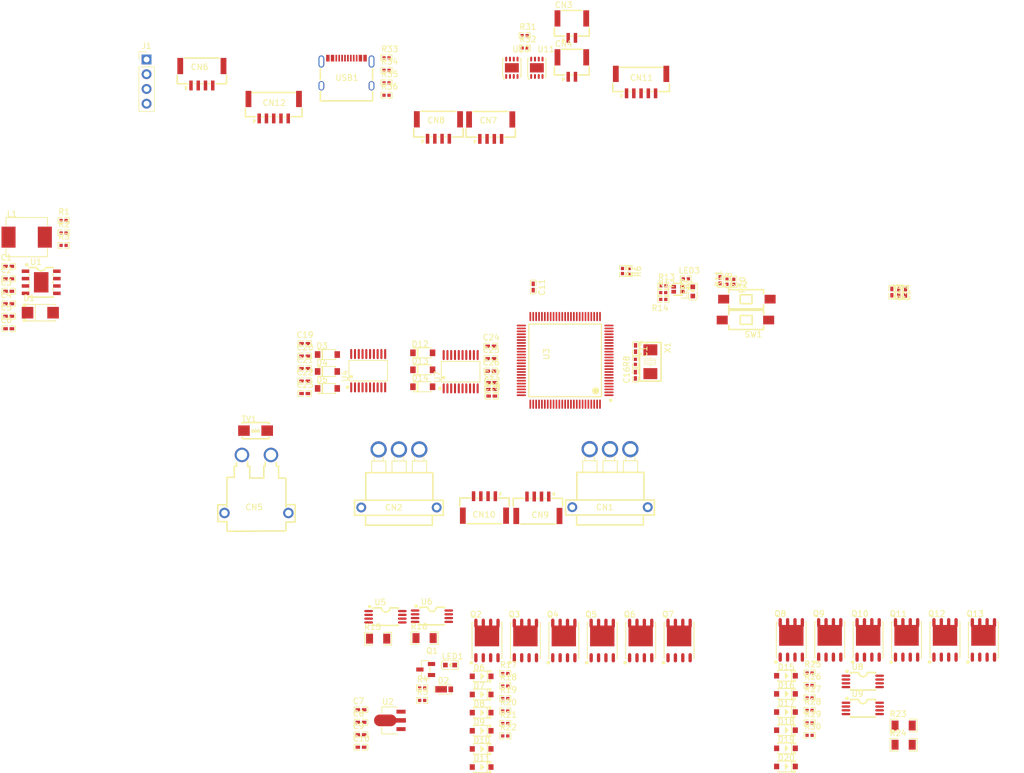
<source format=kicad_pcb>
(kicad_pcb (version 20240108) (generator "pcbnew") (generator_version "8.0")
  (layers (0 "F.Cu" signal) (31 "B.Cu" signal) (34 "B.Paste" user) (35 "F.Paste" user) (36 "B.SilkS" user "B.Silkscreen") (37 "F.SilkS" user "F.Silkscreen") (38 "B.Mask" user) (39 "F.Mask" user) (44 "Edge.Cuts" user))
  (net 0 "")
  (net 1 "Net-(U1-BOOT)")
  (net 2 "PH")
  (net 3 "Net-(C2-Pad1)")
  (net 4 "5V_DC")
  (net 5 "GND")
  (net 6 "VCC")
  (net 7 "3V3")
  (net 8 "Net-(U3A-VCAP_1)")
  (net 9 "Net-(U3A-VCAP_2)")
  (net 10 "PH0-OSC_IN(PH0)")
  (net 11 "PH1-OSC_OUT(PH1)")
  (net 12 "NRST")
  (net 13 "Net-(U4-VCC)")
  (net 14 "M0_OUT1")
  (net 15 "Net-(D3-K)")
  (net 16 "M0_OUT2")
  (net 17 "Net-(D4-K)")
  (net 18 "Net-(D5-K)")
  (net 19 "M0_OUT3")
  (net 20 "5V")
  (net 21 "Net-(LED1-A)")
  (net 22 "LED")
  (net 23 "Net-(LED2-A)")
  (net 24 "Net-(LED3-B-)")
  (net 25 "Net-(LED3-R-)")
  (net 26 "Net-(LED3-G-)")
  (net 27 "5V_USB")
  (net 28 "VSNS")
  (net 29 "Net-(U3A-PB2-BOOT1(PB2))")
  (net 30 "Net-(U3A-BOOT0)")
  (net 31 "BOTTON")
  (net 32 "RGB-G")
  (net 33 "RGB-B")
  (net 34 "RGB-R")
  (net 38 "PE5")
  (net 39 "ADC1-IN0")
  (net 40 "PE0")
  (net 41 "M0-IN3")
  (net 42 "PB7")
  (net 43 "PE14")
  (net 44 "PD4")
  (net 45 "PE4")
  (net 46 "PE8")
  (net 47 "PC9")
  (net 48 "I2C2-SDA")
  (net 49 "PE15")
  (net 50 "SPI2-MOSI")
  (net 51 "PC1")
  (net 52 "PC2")
  (net 53 "PA15")
  (net 54 "PB12")
  (net 55 "PC11")
  (net 56 "SWDIO")
  (net 57 "M1-IN2")
  (net 58 "ADC1-IN2")
  (net 59 "PA8")
  (net 60 "M1-IN1")
  (net 61 "PC10")
  (net 62 "UART3-RX")
  (net 63 "UART2-TX")
  (net 64 "SPI1-MISO")
  (net 65 "I2C1-SDA")
  (net 66 "FDCAN2-TX")
  (net 67 "PA4")
  (net 68 "I2C1-SCL")
  (net 69 "UART1-RX")
  (net 70 "UART2-RX")
  (net 71 "M0-IN1")
  (net 72 "FDCAN1-RX")
  (net 73 "PE7")
  (net 74 "PC0")
  (net 75 "PC12")
  (net 76 "UART1-TX")
  (net 77 "PB4")
  (net 78 "PE3")
  (net 79 "PE2")
  (net 80 "UART3-TX")
  (net 81 "ADC1-IN3")
  (net 82 "PB3")
  (net 83 "PC8")
  (net 84 "PD11")
  (net 85 "PB0")
  (net 86 "FDCAN2-RX")
  (net 87 "PE6")
  (net 88 "USB-DM")
  (net 89 "PC15")
  (net 90 "M0-IN2")
  (net 91 "PB1")
  (net 92 "SWCLK")
  (net 93 "I2C2-SCL")
  (net 94 "PD2")
  (net 95 "M1-IN3")
  (net 96 "PD3")
  (net 97 "PD10")
  (net 98 "PC4")
  (net 99 "ADC1-IN1")
  (net 100 "PC3")
  (net 101 "SPI1-MOSI")
  (net 102 "FDCAN1-TX")
  (net 103 "PD7")
  (net 104 "PE10")
  (net 105 "PC5")
  (net 106 "USB-DP")
  (net 107 "PE1")
  (net 108 "SPI2-SCK")
  (net 109 "PE12")
  (net 110 "SPI1-SCK")
  (net 111 "SPI2-MISO")
  (net 112 "M0_GH3")
  (net 113 "M0_GH1")
  (net 114 "M0_GL3")
  (net 115 "M0_GL2")
  (net 116 "M0_GH2")
  (net 117 "M0_GL1")
  (net 118 "Net-(U5-IN+)")
  (net 120 "Net-(D6-A)")
  (net 121 "Net-(D7-A)")
  (net 122 "Net-(D8-A)")
  (net 123 "Net-(D9-A)")
  (net 124 "Net-(D10-A)")
  (net 125 "Net-(D11-A)")
  (net 126 "M0_OUT1_P")
  (net 127 "PGND")
  (net 128 "M0_OUT2_P")
  (net 129 "Net-(U6-IN+)")
  (net 131 "Net-(U7-VCC)")
  (net 132 "M1_OUT1")
  (net 133 "Net-(D12-K)")
  (net 134 "Net-(D13-K)")
  (net 135 "M1_OUT2")
  (net 136 "M1_OUT3")
  (net 137 "Net-(D14-K)")
  (net 138 "Net-(D15-A)")
  (net 139 "M1_GH1")
  (net 140 "Net-(D16-A)")
  (net 141 "M1_GL1")
  (net 142 "Net-(D17-A)")
  (net 143 "M1_GH2")
  (net 144 "Net-(D18-A)")
  (net 145 "M1_GL2")
  (net 146 "M1_GH3")
  (net 147 "Net-(D19-A)")
  (net 148 "Net-(D20-A)")
  (net 149 "M1_GL3")
  (net 150 "M1_OUT1_P")
  (net 151 "M1_OUT2_P")
  (net 152 "Net-(U8-IN+)")
  (net 153 "Net-(U9-IN+)")
  (net 156 "FDCAN1-H")
  (net 157 "FDCAN1-L")
  (net 158 "FDCAN2-L")
  (net 159 "FDCAN2-H")
  (net 160 "Net-(USB1-SBU2)")
  (net 161 "Net-(USB1-SBU1)")
  (net 162 "DM")
  (net 163 "DP")
  (net 164 "5V-USB")
  (footprint "Ts_Foc_Vo封装库:Res_0402" (layer "F.Cu") (at 42.005 -19.89)
    (property "Reference" "R34" (at -1 -1.5 0) (layer "F.SilkS") (effects (justify left)))
    (property "Value" "5.1K")
    (pad "1" smd rect (at -0.433 0) (size 0.566 0.54) (layers "F.Cu" "F.Paste" "F.Mask") (net 5 "GND"))
    (pad "2" smd rect (at 0.433 0) (size 0.566 0.54) (layers "F.Cu" "F.Paste" "F.Mask") (net 161 "Net-(USB1-SBU1)"))
  )
  (footprint "Ts_Foc_Vo封装库:DSK_34_SOD-123" (layer "F.Cu") (at 48.2465 31.695)
    (property "Reference" "D13" (at -2 -1.5 0) (layer "F.SilkS") (effects (justify left)))
    (property "Value" "DSK34")
    (pad "1" smd rect (at -1.692 0) (size 0.95 1.15) (layers "F.Cu" "F.Paste" "F.Mask") (net 134 "Net-(D13-K)"))
    (pad "2" smd rect (at 1.692 0) (size 0.95 1.15) (layers "F.Cu" "F.Paste" "F.Mask") (net 20 "5V"))
  )
  (footprint "Ts_Foc_Vo封装库:DSK_34_SOD-123" (layer "F.Cu") (at 48.2465 34.615)
    (property "Reference" "D14" (at -2 -1.5 0) (layer "F.SilkS") (effects (justify left)))
    (property "Value" "DSK34")
    (pad "1" smd rect (at -1.692 0) (size 0.95 1.15) (layers "F.Cu" "F.Paste" "F.Mask") (net 137 "Net-(D14-K)"))
    (pad "2" smd rect (at 1.692 0) (size 0.95 1.15) (layers "F.Cu" "F.Paste" "F.Mask") (net 20 "5V"))
  )
  (footprint "Ts_Foc_Vo封装库:CAP_0402" (layer "F.Cu") (at -23.07 24.623)
    (property "Reference" "C6" (at -1.5 -1.5 0) (layer "F.SilkS") (effects (justify left)))
    (property "Value" "10uf")
    (pad "1" smd rect (at -0.545 0) (size 0.79 0.54) (layers "F.Cu" "F.Paste" "F.Mask") (net 5 "GND"))
    (pad "2" smd rect (at 0.545 0) (size 0.79 0.54) (layers "F.Cu" "F.Paste" "F.Mask") (net 6 "VCC"))
  )
  (footprint "Ts_Foc_Vo封装库:SIT1050TK_TDFN-8" (layer "F.Cu") (at 67.9 -20.32)
    (property "Reference" "U11" (at 0 -3.207 0) (layer "F.SilkS") (effects (justify left)))
    (property "Value" "SIT1050TK")
    (pad "1" smd oval (at -0.975 1.495) (size 0.35 0.84) (layers "F.Cu" "F.Paste" "F.Mask") (net 66 "FDCAN2-TX"))
    (pad "2" smd oval (at -0.325 1.495) (size 0.35 0.84) (layers "F.Cu" "F.Paste" "F.Mask") (net 5 "GND"))
    (pad "3" smd oval (at 0.325 1.495) (size 0.35 0.84) (layers "F.Cu" "F.Paste" "F.Mask") (net 20 "5V"))
    (pad "4" smd oval (at 0.975 1.495) (size 0.35 0.84) (layers "F.Cu" "F.Paste" "F.Mask") (net 86 "FDCAN2-RX"))
    (pad "5" smd oval (at 0.975 -1.495) (size 0.35 0.84) (layers "F.Cu" "F.Paste" "F.Mask") (net 6 "VCC"))
    (pad "6" smd oval (at 0.325 -1.495) (size 0.35 0.84) (layers "F.Cu" "F.Paste" "F.Mask") (net 158 "FDCAN2-L"))
    (pad "7" smd oval (at -0.325 -1.495) (size 0.35 0.84) (layers "F.Cu" "F.Paste" "F.Mask") (net 159 "FDCAN2-H"))
    (pad "8" smd oval (at -0.975 -1.495) (size 0.35 0.84) (layers "F.Cu" "F.Paste" "F.Mask") (net 5 "GND"))
    (pad "9" smd rect (at 0 0) (size 2.4 1.6) (layers "F.Cu" "F.Paste" "F.Mask") (net 5 "GND"))
  )
  (footprint "Ts_Foc_Vo封装库:Res_0402" (layer "F.Cu") (at 84.875 30.325 90)
    (property "Reference" "R8" (at -1 -1.5 90) (layer "F.SilkS") (effects (justify left)))
    (property "Value" "1M")
    (pad "1" smd rect (at -0.433 0 90) (size 0.566 0.54) (layers "F.Cu" "F.Paste" "F.Mask") (net 10 "PH0-OSC_IN(PH0)"))
    (pad "2" smd rect (at 0.433 0 90) (size 0.566 0.54) (layers "F.Cu" "F.Paste" "F.Mask") (net 11 "PH1-OSC_OUT(PH1)"))
  )
  (footprint "Ts_Foc_Vo封装库:GH1.25_CONN-SMD_4P-P1.25" (layer "F.Cu") (at 50.95 -9.775)
    (property "Reference" "CN8" (at -2 -1.5 0) (layer "F.SilkS") (effects (justify left)))
    (property "Value" "GH1.25-4P")
    (pad "1" smd rect (at -1.875 1.675 180) (size 0.6 1.7) (layers "F.Cu" "F.Paste" "F.Mask") (net 80 "UART3-TX"))
    (pad "2" smd rect (at -0.625 1.675 180) (size 0.6 1.7) (layers "F.Cu" "F.Paste" "F.Mask") (net 62 "UART3-RX"))
    (pad "3" smd rect (at 0.625 1.675 180) (size 0.6 1.7) (layers "F.Cu" "F.Paste" "F.Mask") (net 7 "3V3"))
    (pad "4" smd rect (at 1.875 1.675 180) (size 0.6 1.7) (layers "F.Cu" "F.Paste" "F.Mask") (net 5 "GND"))
    (pad "5" smd rect (at 3.725 -1.675 180) (size 1 2.8) (layers "F.Cu" "F.Paste" "F.Mask") (net 5 "GND"))
    (pad "6" smd rect (at -3.725 -1.675 180) (size 1 2.8) (layers "F.Cu" "F.Paste" "F.Mask") (net 5 "GND"))
  )
  (footprint "Ts_Foc_Vo封装库:RU3089M-C_PQFN-8" (layer "F.Cu") (at 118.344 78.225)
    (property "Reference" "Q9" (at -3 -4.5 0) (layer "F.SilkS") (effects (justify left)))
    (property "Value" "RU3089M-C")
    (pad "1" smd oval (at -1.905 2.97) (size 0.574 1.6) (layers "F.Cu" "F.Paste" "F.Mask") (net 127 "PGND"))
    (pad "2" smd oval (at -0.635 2.97) (size 0.574 1.6) (layers "F.Cu" "F.Paste" "F.Mask") (net 127 "PGND"))
    (pad "3" smd oval (at 0.635 2.97) (size 0.574 1.6) (layers "F.Cu" "F.Paste" "F.Mask") (net 127 "PGND"))
    (pad "4" smd oval (at 1.905 2.97) (size 0.574 1.6) (layers "F.Cu" "F.Paste" "F.Mask") (net 140 "Net-(D16-A)"))
    (pad "5" smd oval (at 1.905 -2.97) (size 0.574 1.6) (layers "F.Cu" "F.Paste" "F.Mask") (net 150 "M1_OUT1_P"))
    (pad "6" smd oval (at 0.635 -2.97) (size 0.574 1.6) (layers "F.Cu" "F.Paste" "F.Mask") (net 150 "M1_OUT1_P"))
    (pad "7" smd oval (at -0.635 -2.97) (size 0.574 1.6) (layers "F.Cu" "F.Paste" "F.Mask") (net 150 "M1_OUT1_P"))
    (pad "8" smd oval (at -1.905 -2.97) (size 0.574 1.6) (layers "F.Cu" "F.Paste" "F.Mask") (net 150 "M1_OUT1_P"))
    (pad "9" smd rect (at 0 -0.788) (size 4.2 3.58) (layers "F.Cu" "F.Paste" "F.Mask") (net 150 "M1_OUT1_P"))
  )
  (footprint "Ts_Foc_Vo封装库:RU3089M-C_PQFN-8" (layer "F.Cu") (at 138.201 78.225)
    (property "Reference" "Q12" (at -3 -4.5 0) (layer "F.SilkS") (effects (justify left)))
    (property "Value" "RU3089M-C")
    (pad "1" smd oval (at -1.905 2.97) (size 0.574 1.6) (layers "F.Cu" "F.Paste" "F.Mask") (net 136 "M1_OUT3"))
    (pad "2" smd oval (at -0.635 2.97) (size 0.574 1.6) (layers "F.Cu" "F.Paste" "F.Mask") (net 136 "M1_OUT3"))
    (pad "3" smd oval (at 0.635 2.97) (size 0.574 1.6) (layers "F.Cu" "F.Paste" "F.Mask") (net 136 "M1_OUT3"))
    (pad "4" smd oval (at 1.905 2.97) (size 0.574 1.6) (layers "F.Cu" "F.Paste" "F.Mask") (net 147 "Net-(D19-A)"))
    (pad "5" smd oval (at 1.905 -2.97) (size 0.574 1.6) (layers "F.Cu" "F.Paste" "F.Mask") (net 6 "VCC"))
    (pad "6" smd oval (at 0.635 -2.97) (size 0.574 1.6) (layers "F.Cu" "F.Paste" "F.Mask") (net 6 "VCC"))
    (pad "7" smd oval (at -0.635 -2.97) (size 0.574 1.6) (layers "F.Cu" "F.Paste" "F.Mask") (net 6 "VCC"))
    (pad "8" smd oval (at -1.905 -2.97) (size 0.574 1.6) (layers "F.Cu" "F.Paste" "F.Mask") (net 6 "VCC"))
    (pad "9" smd rect (at 0 -0.788) (size 4.2 3.58) (layers "F.Cu" "F.Paste" "F.Mask") (net 6 "VCC"))
  )
  (footprint "Ts_Foc_Vo封装库:CAP_0402" (layer "F.Cu") (at 27.916 29.333)
    (property "Reference" "C20" (at -1.5 -1.5 0) (layer "F.SilkS") (effects (justify left)))
    (property "Value" "100nf")
    (pad "1" smd rect (at -0.545 0) (size 0.79 0.54) (layers "F.Cu" "F.Paste" "F.Mask") (net 5 "GND"))
    (pad "2" smd rect (at 0.545 0) (size 0.79 0.54) (layers "F.Cu" "F.Paste" "F.Mask") (net 13 "Net-(U4-VCC)"))
  )
  (footprint "Ts_Foc_Vo封装库:Res_0402" (layer "F.Cu") (at 114.878 86.06)
    (property "Reference" "R26" (at -1 -1.5 0) (layer "F.SilkS") (effects (justify left)))
    (property "Value" "2.2r")
    (pad "1" smd rect (at -0.433 0) (size 0.566 0.54) (layers "F.Cu" "F.Paste" "F.Mask") (net 140 "Net-(D16-A)"))
    (pad "2" smd rect (at 0.433 0) (size 0.566 0.54) (layers "F.Cu" "F.Paste" "F.Mask") (net 141 "M1_GL1"))
  )
  (footprint "Ts_Foc_Vo封装库:INA240A2PWR_TSSOP-8" (layer "F.Cu") (at 124.038 85.370978)
    (property "Reference" "U8" (at -2 -2.5 180) (layer "F.SilkS") (effects (justify left)))
    (property "Value" "INA240A2PWR")
    (pad "1" smd oval (at -2.9 -0.975 90) (size 0.4 1.5) (layers "F.Cu" "F.Paste" "F.Mask"))
    (pad "2" smd oval (at -2.9 -0.325 90) (size 0.4 1.5) (layers "F.Cu" "F.Paste" "F.Mask") (net 152 "Net-(U8-IN+)"))
    (pad "3" smd oval (at -2.9 0.325 90) (size 0.4 1.5) (layers "F.Cu" "F.Paste" "F.Mask") (net 150 "M1_OUT1_P"))
    (pad "4" smd oval (at -2.9 0.975 90) (size 0.4 1.5) (layers "F.Cu" "F.Paste" "F.Mask") (net 5 "GND"))
    (pad "5" smd oval (at 2.9 0.975 90) (size 0.4 1.5) (layers "F.Cu" "F.Paste" "F.Mask") (net 7 "3V3"))
    (pad "6" smd oval (at 2.9 0.325 90) (size 0.4 1.5) (layers "F.Cu" "F.Paste" "F.Mask") (net 7 "3V3"))
    (pad "7" smd oval (at 2.9 -0.325 90) (size 0.4 1.5) (layers "F.Cu" "F.Paste" "F.Mask") (net 5 "GND"))
    (pad "8" smd oval (at 2.9 -0.975 90) (size 0.4 1.5) (layers "F.Cu" "F.Paste" "F.Mask") (net 58 "ADC1-IN2"))
  )
  (footprint "Ts_Foc_Vo封装库:SIT1050TK_TDFN-8" (layer "F.Cu") (at 63.596 -20.32)
    (property "Reference" "U10" (at 0 -3.207 0) (layer "F.SilkS") (effects (justify left)))
    (property "Value" "SIT1050TK")
    (pad "1" smd oval (at -0.975 1.495) (size 0.35 0.84) (layers "F.Cu" "F.Paste" "F.Mask") (net 102 "FDCAN1-TX"))
    (pad "2" smd oval (at -0.325 1.495) (size 0.35 0.84) (layers "F.Cu" "F.Paste" "F.Mask") (net 5 "GND"))
    (pad "3" smd oval (at 0.325 1.495) (size 0.35 0.84) (layers "F.Cu" "F.Paste" "F.Mask") (net 20 "5V"))
    (pad "4" smd oval (at 0.975 1.495) (size 0.35 0.84) (layers "F.Cu" "F.Paste" "F.Mask") (net 72 "FDCAN1-RX"))
    (pad "5" smd oval (at 0.975 -1.495) (size 0.35 0.84) (layers "F.Cu" "F.Paste" "F.Mask") (net 6 "VCC"))
    (pad "6" smd oval (at 0.325 -1.495) (size 0.35 0.84) (layers "F.Cu" "F.Paste" "F.Mask") (net 157 "FDCAN1-L"))
    (pad "7" smd oval (at -0.325 -1.495) (size 0.35 0.84) (layers "F.Cu" "F.Paste" "F.Mask") (net 156 "FDCAN1-H"))
    (pad "8" smd oval (at -0.975 -1.495) (size 0.35 0.84) (layers "F.Cu" "F.Paste" "F.Mask") (net 5 "GND"))
    (pad "9" smd rect (at 0 0) (size 2.4 1.6) (layers "F.Cu" "F.Paste" "F.Mask") (net 5 "GND"))
  )
  (footprint "Ts_Foc_Vo封装库:1N4148W_SOD-123" (layer "F.Cu") (at 58.389 93.872)
    (property "Reference" "D9" (at -1.5 -1.5 0) (layer "F.SilkS") (effects (justify left)))
    (property "Value" "1N4148W")
    (pad "1" smd rect (at -1.61 0 180) (size 0.88 0.96) (layers "F.Cu" "F.Paste" "F.Mask") (net 123 "Net-(D9-A)"))
    (pad "2" smd rect (at 1.61 0 180) (size 0.88 0.96) (layers "F.Cu" "F.Paste" "F.Mask") (net 115 "M0_GL2"))
  )
  (footprint "Ts_Foc_Vo封装库:JSM2301S_SOT-23" (layer "F.Cu") (at 48.7535 83.3215)
    (property "Reference" "Q1" (at 0 -3.207 0) (layer "F.SilkS") (effects (justify left)))
    (property "Value" "JSM2301S")
    (pad "1" smd rect (at 1 0.95) (size 1.25 0.7) (layers "F.Cu" "F.Paste" "F.Mask") (net 4 "5V_DC"))
    (pad "2" smd rect (at 1 -0.95) (size 1.25 0.7) (layers "F.Cu" "F.Paste" "F.Mask") (net 20 "5V"))
    (pad "3" smd rect (at -1 0) (size 1.25 0.7) (layers "F.Cu" "F.Paste" "F.Mask") (net 27 "5V_USB"))
  )
  (footprint "Ts_Foc_Vo封装库:Res_0402" (layer "F.Cu") (at 62.459 84.01)
    (property "Reference" "R17" (at -1 -1.5 0) (layer "F.SilkS") (effects (justify left)))
    (property "Value" "2.2r")
    (pad "1" smd rect (at -0.433 0) (size 0.566 0.54) (layers "F.Cu" "F.Paste" "F.Mask") (net 120 "Net-(D6-A)"))
    (pad "2" smd rect (at 0.433 0) (size 0.566 0.54) (layers "F.Cu" "F.Paste" "F.Mask") (net 113 "M0_GH1"))
  )
  (footprint "Ts_Foc_Vo封装库:1N4148W_SOD-123" (layer "F.Cu") (at 110.808 100.022)
    (property "Reference" "D20" (at -1.5 -1.5 0) (layer "F.SilkS") (effects (justify left)))
    (property "Value" "1N4148W")
    (pad "1" smd rect (at -1.61 0 180) (size 0.88 0.96) (layers "F.Cu" "F.Paste" "F.Mask") (net 148 "Net-(D20-A)"))
    (pad "2" smd rect (at 1.61 0 180) (size 0.88 0.96) (layers "F.Cu" "F.Paste" "F.Mask") (net 149 "M1_GL3"))
  )
  (footprint "Ts_Foc_Vo封装库:DSK_34_SOD-123" (layer "F.Cu") (at 48.2465 28.775)
    (property "Reference" "D12" (at -2 -1.5 0) (layer "F.SilkS") (effects (justify left)))
    (property "Value" "DSK34")
    (pad "1" smd rect (at -1.692 0) (size 0.95 1.15) (layers "F.Cu" "F.Paste" "F.Mask") (net 133 "Net-(D12-K)"))
    (pad "2" smd rect (at 1.692 0) (size 0.95 1.15) (layers "F.Cu" "F.Paste" "F.Mask") (net 20 "5V"))
  )
  (footprint "Ts_Foc_Vo封装库:CAP_0402" (layer "F.Cu") (at 84.9 28.033 -90)
    (property "Reference" "C17" (at -1.5 -1.5 90) (layer "F.SilkS") (effects (justify right)))
    (property "Value" "22pf")
    (pad "1" smd rect (at -0.545 0 270) (size 0.79 0.54) (layers "F.Cu" "F.Paste" "F.Mask") (net 5 "GND"))
    (pad "2" smd rect (at 0.545 0 270) (size 0.79 0.54) (layers "F.Cu" "F.Paste" "F.Mask") (net 11 "PH1-OSC_OUT(PH1)"))
  )
  (footprint "Ts_Foc_Vo封装库:CAP_0402" (layer "F.Cu") (at 60.105 35.075)
    (property "Reference" "C12" (at -1.5 -1.5 0) (layer "F.SilkS") (effects (justify left)))
    (property "Value" "2.2uf")
    (pad "1" smd rect (at -0.545 0) (size 0.79 0.54) (layers "F.Cu" "F.Paste" "F.Mask") (net 5 "GND"))
    (pad "2" smd rect (at 0.545 0) (size 0.79 0.54) (layers "F.Cu" "F.Paste" "F.Mask") (net 9 "Net-(U3A-VCAP_2)"))
  )
  (footprint "Ts_Foc_Vo封装库:SMA_L4.4" (layer "F.Cu") (at 19.45 42.175)
    (property "Reference" "TV1" (at -2.5 -2 0) (layer "F.SilkS") (effects (justify left)))
    (property "Value" "SMAJ36CA")
    (pad "1" smd rect (at -2 0) (size 2 1.8) (layers "F.Cu" "F.Paste" "F.Mask") (net 5 "GND"))
    (pad "2" smd rect (at 2 0) (size 2 1.8) (layers "F.Cu" "F.Paste" "F.Mask") (net 6 "VCC"))
  )
  (footprint "Ts_Foc_Vo封装库:Res_1206" (layer "F.Cu") (at 131.075 96.28)
    (property "Reference" "R24" (at -2.5 -2 0) (layer "F.SilkS") (effects (justify left)))
    (property "Value" "10mr")
    (pad "1" smd rect (at -1.479 0) (size 1.208 1.701) (layers "F.Cu" "F.Paste" "F.Mask") (net 151 "M1_OUT2_P"))
    (pad "2" smd rect (at 1.479 0) (size 1.208 1.701) (layers "F.Cu" "F.Paste" "F.Mask") (net 153 "Net-(U9-IN+)"))
  )
  (footprint "Ts_Foc_Vo封装库:CAP_0402" (layer "F.Cu") (at -23.07 22.473)
    (property "Reference" "C5" (at -1.5 -1.5 0) (layer "F.SilkS") (effects (justify left)))
    (property "Value" "100nf")
    (pad "1" smd rect (at -0.545 0) (size 0.79 0.54) (layers "F.Cu" "F.Paste" "F.Mask") (net 5 "GND"))
    (pad "2" smd rect (at 0.545 0) (size 0.79 0.54) (layers "F.Cu" "F.Paste" "F.Mask") (net 6 "VCC"))
  )
  (footprint "Ts_Foc_Vo封装库:Res_0402" (layer "F.Cu") (at 65.8 -25.875)
    (property "Reference" "R31" (at -1 -1.5 0) (layer "F.SilkS") (effects (justify left)))
    (property "Value" "120r")
    (pad "1" smd rect (at -0.433 0) (size 0.566 0.54) (layers "F.Cu" "F.Paste" "F.Mask") (net 157 "FDCAN1-L"))
    (pad "2" smd rect (at 0.433 0) (size 0.566 0.54) (layers "F.Cu" "F.Paste" "F.Mask") (net 156 "FDCAN1-H"))
  )
  (footprint "Ts_Foc_Vo封装库:Res_0402" (layer "F.Cu") (at 62.459 90.46)
    (property "Reference" "R20" (at -1 -1.5 0) (layer "F.SilkS") (effects (justify left)))
    (property "Value" "2.2r")
    (pad "1" smd rect (at -0.433 0) (size 0.566 0.54) (layers "F.Cu" "F.Paste" "F.Mask") (net 123 "Net-(D9-A)"))
    (pad "2" smd rect (at 0.433 0) (size 0.566 0.54) (layers "F.Cu" "F.Paste" "F.Mask") (net 115 "M0_GL2"))
  )
  (footprint "Ts_Foc_Vo封装库:Res_0402" (layer "F.Cu") (at 114.878 83.91)
    (property "Reference" "R25" (at -1 -1.5 0) (layer "F.SilkS") (effects (justify left)))
    (property "Value" "2.2r")
    (pad "1" smd rect (at -0.433 0) (size 0.566 0.54) (layers "F.Cu" "F.Paste" "F.Mask") (net 138 "Net-(D15-A)"))
    (pad "2" smd rect (at 0.433 0) (size 0.566 0.54) (layers "F.Cu" "F.Paste" "F.Mask") (net 139 "M1_GH1"))
  )
  (footprint "Ts_Foc_Vo封装库:Res_0402" (layer "F.Cu") (at 114.878 92.51)
    (property "Reference" "R29" (at -1 -1.5 0) (layer "F.SilkS") (effects (justify left)))
    (property "Value" "2.2r")
    (pad "1" smd rect (at -0.433 0) (size 0.566 0.54) (layers "F.Cu" "F.Paste" "F.Mask") (net 147 "Net-(D19-A)"))
    (pad "2" smd rect (at 0.433 0) (size 0.566 0.54) (layers "F.Cu" "F.Paste" "F.Mask") (net 146 "M1_GH3"))
  )
  (footprint "Ts_Foc_Vo封装库:Res_0402" (layer "F.Cu") (at 42.005 -22.04)
    (property "Reference" "R33" (at -1 -1.5 0) (layer "F.SilkS") (effects (justify left)))
    (property "Value" "5.1K")
    (pad "1" smd rect (at -0.433 0) (size 0.566 0.54) (layers "F.Cu" "F.Paste" "F.Mask") (net 5 "GND"))
    (pad "2" smd rect (at 0.433 0) (size 0.566 0.54) (layers "F.Cu" "F.Paste" "F.Mask") (net 160 "Net-(USB1-SBU2)"))
  )
  (footprint "Ts_Foc_Vo封装库:Res_0402" (layer "F.Cu") (at 62.459 92.61)
    (property "Reference" "R21" (at -1 -1.5 0) (layer "F.SilkS") (effects (justify left)))
    (property "Value" "2.2r")
    (pad "1" smd rect (at -0.433 0) (size 0.566 0.54) (layers "F.Cu" "F.Paste" "F.Mask") (net 124 "Net-(D10-A)"))
    (pad "2" smd rect (at 0.433 0) (size 0.566 0.54) (layers "F.Cu" "F.Paste" "F.Mask") (net 112 "M0_GH3"))
  )
  (footprint "Ts_Foc_Vo封装库:MR30PW-M30-G-Y" (layer "F.Cu") (at 44.15 50.4115)
    (property "Reference" "CN2" (at -2.5 5 0) (layer "F.SilkS") (effects (justify left)))
    (property "Value" "MR30PW-M30.G.Y")
    (pad "1" thru_hole circle (at -3.5 -5 180) (size 2.8 2.8) (drill oval 1.995 1.9) (layers "*.Cu" "*.Mask") (net 136 "M1_OUT3"))
    (pad "2" thru_hole circle (at 0 -5 180) (size 2.8 2.8) (drill oval 1.995 1.9) (layers "*.Cu" "*.Mask") (net 151 "M1_OUT2_P"))
    (pad "3" thru_hole circle (at 3.5 -5 180) (size 2.8 2.8) (drill oval 1.995 1.9) (layers "*.Cu" "*.Mask") (net 150 "M1_OUT1_P"))
    (pad "4" thru_hole circle (at 6.5 5 180) (size 1.7 1.7) (drill 1) (layers "*.Cu" "*.Mask") (net 5 "GND"))
    (pad "5" thru_hole circle (at -6.5 5 180) (size 1.7 1.7) (drill 1) (layers "*.Cu" "*.Mask") (net 5 "GND"))
  )
  (footprint "Ts_Foc_Vo封装库:Res_0402" (layer "F.Cu") (at 83.825 14.683 -90)
    (property "Reference" "R6" (at -1 -1.5 90) (layer "F.SilkS") (effects (justify right)))
    (property "Value" "10k")
    (pad "1" smd rect (at -0.433 0 270) (size 0.566 0.54) (layers "F.Cu" "F.Paste" "F.Mask") (net 5 "GND"))
    (pad "2" smd rect (at 0.433 0 270) (size 0.566 0.54) (layers "F.Cu" "F.Paste" "F.Mask") (net 29 "Net-(U3A-PB2-BOOT1(PB2))"))
  )
  (footprint "Ts_Foc_Vo封装库:1N4148W_SOD-123" (layer "F.Cu") (at 58.389 100.122)
    (property "Reference" "D11" (at -1.5 -1.5 0) (layer "F.SilkS") (effects (justify left)))
    (property "Value" "1N4148W")
    (pad "1" smd rect (at -1.61 0 180) (size 0.88 0.96) (layers "F.Cu" "F.Paste" "F.Mask") (net 125 "Net-(D11-A)"))
    (pad "2" smd rect (at 1.61 0 180) (size 0.88 0.96) (layers "F.Cu" "F.Paste" "F.Mask") (net 114 "M0_GL3"))
  )
  (footprint "Ts_Foc_Vo封装库:Res_0402" (layer "F.Cu") (at 101.825 16.542 -90)
    (property "Reference" "R10" (at -1 -1.5 90) (layer "F.SilkS") (effects (justify right)))
    (property "Value" "10k")
    (pad "1" smd rect (at -0.433 0 270) (size 0.566 0.54) (layers "F.Cu" "F.Paste" "F.Mask") (net 7 "3V3"))
    (pad "2" smd rect (at 0.433 0 270) (size 0.566 0.54) (layers "F.Cu" "F.Paste" "F.Mask") (net 31 "BOTTON"))
  )
  (footprint "Ts_Foc_Vo封装库:STM32_F407_VET6_LQFP-100" (layer "F.Cu") (at 72.775 30.075 90)
    (property "Reference" "U3" (at 0 -3.207 90) (layer "F.SilkS") (effects (justify left)))
    (property "Value" "STM32F407VET6")
    (pad "1" smd oval (at -6 7.55 90) (size 0.3 1.6) (layers "F.Cu" "F.Paste" "F.Mask") (net 79 "PE2"))
    (pad "2" smd oval (at -5.5 7.55 90) (size 0.3 1.6) (layers "F.Cu" "F.Paste" "F.Mask") (net 78 "PE3"))
    (pad "3" smd oval (at -5 7.55 90) (size 0.3 1.6) (layers "F.Cu" "F.Paste" "F.Mask") (net 45 "PE4"))
    (pad "4" smd oval (at -4.5 7.55 90) (size 0.3 1.6) (layers "F.Cu" "F.Paste" "F.Mask") (net 38 "PE5"))
    (pad "5" smd oval (at -4 7.55 90) (size 0.3 1.6) (layers "F.Cu" "F.Paste" "F.Mask") (net 87 "PE6"))
    (pad "6" smd oval (at -3.5 7.55 90) (size 0.3 1.6) (layers "F.Cu" "F.Paste" "F.Mask") (net 7 "3V3"))
    (pad "7" smd oval (at -3 7.55 90) (size 0.3 1.6) (layers "F.Cu" "F.Paste" "F.Mask") (net 22 "LED"))
    (pad "8" smd oval (at -2.5 7.55 90) (size 0.3 1.6) (layers "F.Cu" "F.Paste" "F.Mask") (net 31 "BOTTON"))
    (pad "9" smd oval (at -2 7.55 90) (size 0.3 1.6) (layers "F.Cu" "F.Paste" "F.Mask") (net 89 "PC15"))
    (pad "10" smd oval (at -1.5 7.55 90) (size 0.3 1.6) (layers "F.Cu" "F.Paste" "F.Mask") (net 5 "GND"))
    (pad "11" smd oval (at -1 7.55 90) (size 0.3 1.6) (layers "F.Cu" "F.Paste" "F.Mask") (net 7 "3V3"))
    (pad "12" smd oval (at -0.5 7.55 90) (size 0.3 1.6) (layers "F.Cu" "F.Paste" "F.Mask") (net 10 "PH0-OSC_IN(PH0)"))
    (pad "13" smd oval (at 0 7.55 90) (size 0.3 1.6) (layers "F.Cu" "F.Paste" "F.Mask") (net 11 "PH1-OSC_OUT(PH1)"))
    (pad "14" smd oval (at 0.5 7.55 90) (size 0.3 1.6) (layers "F.Cu" "F.Paste" "F.Mask") (net 12 "NRST"))
    (pad "15" smd oval (at 1 7.55 90) (size 0.3 1.6) (layers "F.Cu" "F.Paste" "F.Mask") (net 74 "PC0"))
    (pad "16" smd oval (at 1.5 7.55 90) (size 0.3 1.6) (layers "F.Cu" "F.Paste" "F.Mask") (net 51 "PC1"))
    (pad "17" smd oval (at 2 7.55 90) (size 0.3 1.6) (layers "F.Cu" "F.Paste" "F.Mask") (net 52 "PC2"))
    (pad "18" smd oval (at 2.5 7.55 90) (size 0.3 1.6) (layers "F.Cu" "F.Paste" "F.Mask") (net 100 "PC3"))
    (pad "19" smd oval (at 3 7.55 90) (size 0.3 1.6) (layers "F.Cu" "F.Paste" "F.Mask") (net 7 "3V3"))
    (pad "20" smd oval (at 3.5 7.55 90) (size 0.3 1.6) (layers "F.Cu" "F.Paste" "F.Mask") (net 5 "GND"))
    (pad "21" smd oval (at 4 7.55 90) (size 0.3 1.6) (layers "F.Cu" "F.Paste" "F.Mask") (net 7 "3V3"))
    (pad "22" smd oval (at 4.5 7.55 90) (size 0.3 1.6) (layers "F.Cu" "F.Paste" "F.Mask") (net 7 "3V3"))
    (pad "23" smd oval (at 5 7.55 90) (size 0.3 1.6) (layers "F.Cu" "F.Paste" "F.Mask") (net 39 "ADC1-IN0"))
    (pad "24" smd oval (at 5.5 7.55 90) (size 0.3 1.6) (layers "F.Cu" "F.Paste" "F.Mask") (net 99 "ADC1-IN1"))
    (pad "25" smd oval (at 6 7.55 90) (size 0.3 1.6) (layers "F.Cu" "F.Paste" "F.Mask") (net 58 "ADC1-IN2"))
    (pad "26" smd oval (at 7.55 6 90) (size 1.6 0.3) (layers "F.Cu" "F.Paste" "F.Mask") (net 81 "ADC1-IN3"))
    (pad "27" smd oval (at 7.55 5.5 90) (size 1.6 0.3) (layers "F.Cu" "F.Paste" "F.Mask") (net 5 "GND"))
    (pad "28" smd oval (at 7.55 5 90) (size 1.6 0.3) (layers "F.Cu" "F.Paste" "F.Mask") (net 7 "3V3"))
    (pad "29" smd oval (at 7.55 4.5 90) (size 1.6 0.3) (layers "F.Cu" "F.Paste" "F.Mask") (net 67 "PA4"))
    (pad "30" smd oval (at 7.55 4 90) (size 1.6 0.3) (layers "F.Cu" "F.Paste" "F.Mask") (net 110 "SPI1-SCK"))
    (pad "31" smd oval (at 7.55 3.5 90) (size 1.6 0.3) (layers "F.Cu" "F.Paste" "F.Mask") (net 64 "SPI1-MISO"))
    (pad "32" smd oval (at 7.55 3 90) (size 1.6 0.3) (layers "F.Cu" "F.Paste" "F.Mask") (net 101 "SPI1-MOSI"))
    (pad "33" smd oval (at 7.55 2.5 90) (size 1.6 0.3) (layers "F.Cu" "F.Paste" "F.Mask") (net 98 "PC4"))
    (pad "34" smd oval (at 7.55 2 90) (size 1.6 0.3) (layers "F.Cu" "F.Paste" "F.Mask") (net 105 "PC5"))
    (pad "35" smd oval (at 7.55 1.5 90) (size 1.6 0.3) (layers "F.Cu" "F.Paste" "F.Mask") (net 85 "PB0"))
    (pad "36" smd oval (at 7.55 1 90) (size 1.6 0.3) (layers "F.Cu" "F.Paste" "F.Mask") (net 91 "PB1"))
    (pad "37" smd oval (at 7.55 0.5 90) (size 1.6 0.3) (layers "F.Cu" "F.Paste" "F.Mask") (net 29 "Net-(U3A-PB2-BOOT1(PB2))"))
    (pad "38" smd oval (at 7.55 0 90) (size 1.6 0.3) (layers "F.Cu" "F.Paste" "F.Mask") (net 73 "PE7"))
    (pad "39" smd oval (at 7.55 -0.5 90) (size 1.6 0.3) (layers "F.Cu" "F.Paste" "F.Mask") (net 46 "PE8"))
    (pad "40" smd oval (at 7.55 -1 90) (size 1.6 0.3) (layers "F.Cu" "F.Paste" "F.Mask") (net 34 "RGB-R"))
    (pad "41" smd oval (at 7.55 -1.5 90) (size 1.6 0.3) (layers "F.Cu" "F.Paste" "F.Mask") (net 104 "PE10"))
    (pad "42" smd oval (at 7.55 -2 90) (size 1.6 0.3) (layers "F.Cu" "F.Paste" "F.Mask") (net 32 "RGB-G"))
    (pad "43" smd oval (at 7.55 -2.5 90) (size 1.6 0.3) (layers "F.Cu" "F.Paste" "F.Mask") (net 109 "PE12"))
    (pad "44" smd oval (at 7.55 -3 90) (size 1.6 0.3) (layers "F.Cu" "F.Paste" "F.Mask") (net 33 "RGB-B"))
    (pad "45" smd oval (at 7.55 -3.5 90) (size 1.6 0.3) (layers "F.Cu" "F.Paste" "F.Mask") (net 43 "PE14"))
    (pad "46" smd oval (at 7.55 -4 90) (size 1.6 0.3) (layers "F.Cu" "F.Paste" "F.Mask") (net 49 "PE15"))
    (pad "47" smd oval (at 7.55 -4.5 90) (size 1.6 0.3) (layers "F.Cu" "F.Paste" "F.Mask") (net 93 "I2C2-SCL"))
    (pad "48" smd oval (at 7.55 -5 90) (size 1.6 0.3) (layers "F.Cu" "F.Paste" "F.Mask") (net 48 "I2C2-SDA"))
    (pad "49" smd oval (at 7.55 -5.5 90) (size 1.6 0.3) (layers "F.Cu" "F.Paste" "F.Mask") (net 8 "Net-(U3A-VCAP_1)"))
    (pad "50" smd oval (at 7.55 -6 90) (size 1.6 0.3) (layers "F.Cu" "F.Paste" "F.Mask") (net 7 "3V3"))
    (pad "51" smd oval (at 6 -7.55 90) (size 0.3 1.6) (layers "F.Cu" "F.Paste" "F.Mask") (net 54 "PB12"))
    (pad "52" smd oval (at 5.5 -7.55 90) (size 0.3 1.6) (layers "F.Cu" "F.Paste" "F.Mask") (net 108 "SPI2-SCK"))
    (pad "53" smd oval (at 5 -7.55 90) (size 0.3 1.6) (layers "F.Cu" "F.Paste" "F.Mask") (net 111 "SPI2-MISO"))
    (pad "54" smd oval (at 4.5 -7.55 90) (size 0.3 1.6) (layers "F.Cu" "F.Paste" "F.Mask") (net 50 "SPI2-MOSI"))
    (pad "55" smd oval (at 4 -7.55 90) (size 0.3 1.6) (layers "F.Cu" "F.Paste" "F.Mask") (net 80 "UART3-TX"))
    (pad "56" smd oval (at 3.5 -7.55 90) (size 0.3 1.6) (layers "F.Cu" "F.Paste" "F.Mask") (net 62 "UART3-RX"))
    (pad "57" smd oval (at 3 -7.55 90) (size 0.3 1.6) (layers "F.Cu" "F.Paste" "F.Mask") (net 97 "PD10"))
    (pad "58" smd oval (at 2.5 -7.55 90) (size 0.3 1.6) (layers "F.Cu" "F.Paste" "F.Mask") (net 84 "PD11"))
    (pad "59" smd oval (at 2 -7.55 90) (size 0.3 1.6) (layers "F.Cu" "F.Paste" "F.Mask") (net 60 "M1-IN1"))
    (pad "60" smd oval (at 1.5 -7.55 90) (size 0.3 1.6) (layers "F.Cu" "F.Paste" "F.Mask") (net 57 "M1-IN2"))
    (pad "61" smd oval (at 1 -7.55 90) (size 0.3 1.6) (layers "F.Cu" "F.Paste" "F.Mask") (net 95 "M1-IN3"))
    (pad "62" smd oval (at 0.5 -7.55 90) (size 0.3 1.6) (layers "F.Cu" "F.Paste" "F.Mask") (net 71 "M0-IN1"))
    (pad "63" smd oval (at 0 -7.55 90) (size 0.3 1.6) (layers "F.Cu" "F.Paste" "F.Mask") (net 90 "M0-IN2"))
    (pad "64" smd oval (at -0.5 -7.55 90) (size 0.3 1.6) (layers "F.Cu" "F.Paste" "F.Mask") (net 41 "M0-IN3"))
    (pad "65" smd oval (at -1 -7.55 90) (size 0.3 1.6) (layers "F.Cu" "F.Paste" "F.Mask") (net 83 "PC8"))
    (pad "66" smd oval (at -1.5 -7.55 90) (size 0.3 1.6) (layers "F.Cu" "F.Paste" "F.Mask") (net 47 "PC9"))
    (pad "67" smd oval (at -2 -7.55 90) (size 0.3 1.6) (layers "F.Cu" "F.Paste" "F.Mask") (net 59 "PA8"))
    (pad "68" smd oval (at -2.5 -7.55 90) (size 0.3 1.6) (layers "F.Cu" "F.Paste" "F.Mask") (net 76 "UART1-TX"))
    (pad "69" smd oval (at -3 -7.55 90) (size 0.3 1.6) (layers "F.Cu" "F.Paste" "F.Mask") (net 69 "UART1-RX"))
    (pad "70" smd oval (at -3.5 -7.55 90) (size 0.3 1.6) (layers "F.Cu" "F.Paste" "F.Mask") (net 88 "USB-DM"))
    (pad "71" smd oval (at -4 -7.55 90) (size 0.3 1.6) (layers "F.Cu" "F.Paste" "F.Mask") (net 106 "USB-DP"))
    (pad "72" smd oval (at -4.5 -7.55 90) (size 0.3 1.6) (layers "F.Cu" "F.Paste" "F.Mask") (net 56 "SWDIO"))
    (pad "73" smd oval (at -5 -7.55 90) (size 0.3 1.6) (layers "F.Cu" "F.Paste" "F.Mask") (net 9 "Net-(U3A-VCAP_2)"))
    (pad "74" smd oval (at -5.5 -7.55 90) (size 0.3 1.6) (layers "F.Cu" "F.Paste" "F.Mask") (net 5 "GND"))
    (pad "75" smd oval (at -6 -7.55 90) (size 0.3 1.6) (layers "F.Cu" "F.Paste" "F.Mask") (net 7 "3V3"))
    (pad "76" smd oval (at -7.55 -6 90) (size 1.6 0.3) (layers "F.Cu" "F.Paste" "F.Mask") (net 92 "SWCLK"))
    (pad "77" smd oval (at -7.55 -5.5 90) (size 1.6 0.3) (layers "F.Cu" "F.Paste" "F.Mask") (net 53 "PA15"))
    (pad "78" smd oval (at -7.55 -5 90) (size 1.6 0.3) (layers "F.Cu" "F.Paste" "F.Mask") (net 61 "PC10"))
    (pad "79" smd oval (at -7.55 -4.5 90) (size 1.6 0.3) (layers "F.Cu" "F.Paste" "F.Mask") (net 55 "PC11"))
    (pad "80" smd oval (at -7.55 -4 90) (size 1.6 0.3) (layers "F.Cu" "F.Paste" "F.Mask") (net 75 "PC12"))
    (pad "81" smd oval (at -7.55 -3.5 90) (size 1.6 0.3) (layers "F.Cu" "F.Paste" "F.Mask") (net 72 "FDCAN1-RX"))
    (pad "82" smd oval (at -7.55 -3 90) (size 1.6 0.3) (layers "F.Cu" "F.Paste" "F.Mask") (net 102 "FDCAN1-TX"))
    (pad "83" smd oval (at -7.55 -2.5 90) (size 1.6 0.3) (layers "F.Cu" "F.Paste" "F.Mask") (net 94 "PD2"))
    (pad "84" smd oval (at -7.55 -2 90) (size 1.6 0.3) (layers "F.Cu" "F.Paste" "F.Mask") (net 96 "PD3"))
    (pad "85" smd oval (at -7.55 -1.5 90) (size 1.6 0.3) (layers "F.Cu" "F.Paste" "F.Mask") (net 44 "PD4"))
    (pad "86" smd oval (at -7.55 -1 90) (size 1.6 0.3) (layers "F.Cu" "F.Paste" "F.Mask") (net 63 "UART2-TX"))
    (pad "87" smd oval (at -7.55 -0.5 90) (size 1.6 0.3) (layers "F.Cu" "F.Paste" "F.Mask") (net 70 "UART2-RX"))
    (pad "88" smd oval (at -7.55 0 90) (size 1.6 0.3) (layers "F.Cu" "F.Paste" "F.Mask") (net 103 "PD7"))
    (pad "89" smd oval (at -7.55 0.5 90) (size 1.6 0.3) (layers "F.Cu" "F.Paste" "F.Mask") (net 82 "PB3"))
    (pad "90" smd oval (at -7.55 1 90) (size 1.6 0.3) (layers "F.Cu" "F.Paste" "F.Mask") (net 77 "PB4"))
    (pad "91" smd oval (at -7.55 1.5 90) (size 1.6 0.3) (layers "F.Cu" "F.Paste" "F.Mask") (net 86 "FDCAN2-RX"))
    (pad "92" smd oval (at -7.55 2 90) (size 1.6 0.3) (layers "F.Cu" "F.Paste" "F.Mask") (net 66 "FDCAN2-TX"))
    (pad "93" smd oval (at -7.55 2.5 90) (size 1.6 0.3) (layers "F.Cu" "F.Paste" "F.Mask") (net 42 "PB7"))
    (pad "94" smd oval (at -7.55 3 90) (size 1.6 0.3) (layers "F.Cu" "F.Paste" "F.Mask") (net 30 "Net-(U3A-BOOT0)"))
    (pad "95" smd oval (at -7.55 3.5 90) (size 1.6 0.3) (layers "F.Cu" "F.Paste" "F.Mask") (net 68 "I2C1-SCL"))
    (pad "96" smd oval (at -7.55 4 90) (size 1.6 0.3) (layers "F.Cu" "F.Paste" "F.Mask") (net 65 "I2C1-SDA"))
    (pad "97" smd oval (at -7.55 4.5 90) (size 1.6 0.3) (layers "F.Cu" "F.Paste" "F.Mask") (net 40 "PE0"))
    (pad "98" smd oval (at -7.55 5 90) (size 1.6 0.3) (layers "F.Cu" "F.Paste" "F.Mask") (net 107 "PE1"))
    (pad "99" smd oval (at -7.55 5.5 90) (size 1.6 0.3) (layers "F.Cu" "F.Paste" "F.Mask") (net 5 "GND"))
    (pad "100" smd oval (at -7.55 6 90) (size 1.6 0.3) (layers "F.Cu" "F.Paste" "F.Mask") (net 7 "3V3"))
  )
  (footprint "Ts_Foc_Vo封装库:CAP_0402" (layer "F.Cu") (at 129.05 18.32 -90)
    (property "Reference" "C15" (at -1.5 -1.5 90) (layer "F.SilkS") (effects (justify right)))
    (property "Value" "10uf")
    (pad "1" smd rect (at -0.545 0 270) (size 0.79 0.54) (layers "F.Cu" "F.Paste" "F.Mask") (net 7 "3V3"))
    (pad "2" smd rect (at 0.545 0 270) (size 0.79 0.54) (layers "F.Cu" "F.Paste" "F.Mask") (net 5 "GND"))
  )
  (footprint "Ts_Foc_Vo封装库:CAP_0402" (layer "F.Cu") (at 59.975 27.625)
    (property "Reference" "C24" (at -1.5 -1.5 0) (layer "F.SilkS") (effects (justify left)))
    (property "Value" "1uf")
    (pad "1" smd rect (at -0.545 0) (size 0.79 0.54) (layers "F.Cu" "F.Paste" "F.Mask") (net 5 "GND"))
    (pad "2" smd rect (at 0.545 0) (size 0.79 0.54) (layers "F.Cu" "F.Paste" "F.Mask") (net 131 "Net-(U7-VCC)"))
  )
  (footprint "Ts_Foc_Vo封装库:EG2133_TSSOP" (layer "F.Cu") (at 54.775 32.025)
    (property "Reference" "U7" (at -4 2 90) (layer "F.SilkS") (effects (justify left)))
    (property "Value" "EG2133")
    (pad "1" smd oval (at -2.925 2.871) (size 0.364 1.742) (layers "F.Cu" "F.Paste" "F.Mask") (net 60 "M1-IN1"))
    (pad "2" smd oval (at -2.275 2.871) (size 0.364 1.742) (layers "F.Cu" "F.Paste" "F.Mask") (net 57 "M1-IN2"))
    (pad "3" smd oval (at -1.625 2.871) (size 0.364 1.742) (layers "F.Cu" "F.Paste" "F.Mask") (net 95 "M1-IN3"))
    (pad "4" smd oval (at -0.975 2.871) (size 0.364 1.742) (layers "F.Cu" "F.Paste" "F.Mask") (net 60 "M1-IN1"))
    (pad "5" smd oval (at -0.325 2.871) (size 0.364 1.742) (layers "F.Cu" "F.Paste" "F.Mask") (net 57 "M1-IN2"))
    (pad "6" smd oval (at 0.325 2.871) (size 0.364 1.742) (layers "F.Cu" "F.Paste" "F.Mask") (net 95 "M1-IN3"))
    (pad "7" smd oval (at 0.975 2.871) (size 0.364 1.742) (layers "F.Cu" "F.Paste" "F.Mask") (net 131 "Net-(U7-VCC)"))
    (pad "8" smd oval (at 1.625 2.871) (size 0.364 1.742) (layers "F.Cu" "F.Paste" "F.Mask") (net 5 "GND"))
    (pad "9" smd oval (at 2.275 2.871) (size 0.364 1.742) (layers "F.Cu" "F.Paste" "F.Mask") (net 149 "M1_GL3"))
    (pad "10" smd oval (at 2.925 2.871) (size 0.364 1.742) (layers "F.Cu" "F.Paste" "F.Mask") (net 145 "M1_GL2"))
    (pad "11" smd oval (at 2.925 -2.871) (size 0.364 1.742) (layers "F.Cu" "F.Paste" "F.Mask") (net 141 "M1_GL1"))
    (pad "12" smd oval (at 2.275 -2.871) (size 0.364 1.742) (layers "F.Cu" "F.Paste" "F.Mask") (net 136 "M1_OUT3"))
    (pad "13" smd oval (at 1.625 -2.871) (size 0.364 1.742) (layers "F.Cu" "F.Paste" "F.Mask") (net 146 "M1_GH3"))
    (pad "14" smd oval (at 0.975 -2.871) (size 0.364 1.742) (layers "F.Cu" "F.Paste" "F.Mask") (net 137 "Net-(D14-K)"))
    (pad "15" smd oval (at 0.325 -2.871) (size 0.364 1.742) (layers "F.Cu" "F.Paste" "F.Mask") (net 135 "M1_OUT2"))
    (pad "16" smd oval (at -0.325 -2.871) (size 0.364 1.742) (layers "F.Cu" "F.Paste" "F.Mask") (net 143 "M1_GH2"))
    (pad "17" smd oval (at -0.975 -2.871) (size 0.364 1.742) (layers "F.Cu" "F.Paste" "F.Mask") (net 134 "Net-(D13-K)"))
    (pad "18" smd oval (at -1.625 -2.871) (size 0.364 1.742) (layers "F.Cu" "F.Paste" "F.Mask") (net 132 "M1_OUT1"))
    (pad "19" smd oval (at -2.275 -2.871) (size 0.364 1.742) (layers "F.Cu" "F.Paste" "F.Mask") (net 139 "M1_GH1"))
    (pad "20" smd oval (at -2.925 -2.871) (size 0.364 1.742) (layers "F.Cu" "F.Paste" "F.Mask") (net 133 "Net-(D12-K)"))
  )
  (footprint "Ts_Foc_Vo封装库:CAP_0402" (layer "F.Cu") (at 131.4 18.345 90)
    (property "Reference" "C13" (at -1.5 -1.5 90) (layer "F.SilkS") (effects (justify left)))
    (property "Value" "100nf")
    (pad "1" smd rect (at -0.545 0 90) (size 0.79 0.54) (layers "F.Cu" "F.Paste" "F.Mask") (net 5 "GND"))
    (pad "2" smd rect (at 0.545 0 90) (size 0.79 0.54) (layers "F.Cu" "F.Paste" "F.Mask") (net 7 "3V3"))
  )
  (footprint "Ts_Foc_Vo封装库:Res_0402" (layer "F.Cu") (at 62.459 86.16)
    (property "Reference" "R18" (at -1 -1.5 0) (layer "F.SilkS") (effects (justify left)))
    (property "Value" "2.2r")
    (pad "1" smd rect (at -0.433 0) (size 0.566 0.54) (layers "F.Cu" "F.Paste" "F.Mask") (net 121 "Net-(D7-A)"))
    (pad "2" smd rect (at 0.433 0) (size 0.566 0.54) (layers "F.Cu" "F.Paste" "F.Mask") (net 117 "M0_GL1"))
  )
  (footprint "Ts_Foc_Vo封装库:Res_0402" (layer "F.Cu") (at 82.65 14.683 -90)
    (property "Reference" "R7" (at -1 -1.5 90) (layer "F.SilkS") (effects (justify right)))
    (property "Value" "10k")
    (pad "1" smd rect (at -0.433 0 270) (size 0.566 0.54) (layers "F.Cu" "F.Paste" "F.Mask") (net 5 "GND"))
    (pad "2" smd rect (at 0.433 0 270) (size 0.566 0.54) (layers "F.Cu" "F.Paste" "F.Mask") (net 30 "Net-(U3A-BOOT0)"))
  )
  (footprint "Ts_Foc_Vo封装库:RU3089M-C_PQFN-8" (layer "F.Cu") (at 85.782 78.325)
    (property "Reference" "Q6" (at -3 -4.5 0) (layer "F.SilkS") (effects (justify left)))
    (property "Value" "RU3089M-C")
    (pad "1" smd oval (at -1.905 2.97) (size 0.574 1.6) (layers "F.Cu" "F.Paste" "F.Mask") (net 19 "M0_OUT3"))
    (pad "2" smd oval (at -0.635 2.97) (size 0.574 1.6) (layers "F.Cu" "F.Paste" "F.Mask") (net 19 "M0_OUT3"))
    (pad "3" smd oval (at 0.635 2.97) (size 0.574 1.6) (layers "F.Cu" "F.Paste" "F.Mask") (net 19 "M0_OUT3"))
    (pad "4" smd oval (at 1.905 2.97) (size 0.574 1.6) (layers "F.Cu" "F.Paste" "F.Mask") (net 124 "Net-(D10-A)"))
    (pad "5" smd oval (at 1.905 -2.97) (size 0.574 1.6) (layers "F.Cu" "F.Paste" "F.Mask") (net 6 "VCC"))
    (pad "6" smd oval (at 0.635 -2.97) (size 0.574 1.6) (layers "F.Cu" "F.Paste" "F.Mask") (net 6 "VCC"))
    (pad "7" smd oval (at -0.635 -2.97) (size 0.574 1.6) (layers "F.Cu" "F.Paste" "F.Mask") (net 6 "VCC"))
    (pad "8" smd oval (at -1.905 -2.97) (size 0.574 1.6) (layers "F.Cu" "F.Paste" "F.Mask") (net 6 "VCC"))
    (pad "9" smd rect (at 0 -0.788) (size 4.2 3.58) (layers "F.Cu" "F.Paste" "F.Mask") (net 6 "VCC"))
  )
  (footprint "Ts_Foc_Vo封装库:CAP_0402" (layer "F.Cu") (at 99.45 16.322 -90)
    (property "Reference" "C18" (at -1.5 -1.5 90) (layer "F.SilkS") (effects (justify right)))
    (property "Value" "22pf")
    (pad "1" smd rect (at -0.545 0 270) (size 0.79 0.54) (layers "F.Cu" "F.Paste" "F.Mask") (net 5 "GND"))
    (pad "2" smd rect (at 0.545 0 270) (size 0.79 0.54) (layers "F.Cu" "F.Paste" "F.Mask") (net 12 "NRST"))
  )
  (footprint "Ts_Foc_Vo封装库:Res_1206" (layer "F.Cu") (at 40.562 78.004511)
    (property "Reference" "R15" (at -2.5 -2 0) (layer "F.SilkS") (effects (justify left)))
    (property "Value" "10mr")
    (pad "1" smd rect (at -1.479 0) (size 1.208 1.701) (layers "F.Cu" "F.Paste" "F.Mask") (net 126 "M0_OUT1_P"))
    (pad "2" smd rect (at 1.479 0) (size 1.208 1.701) (layers "F.Cu" "F.Paste" "F.Mask") (net 118 "Net-(U5-IN+)"))
  )
  (footprint "Ts_Foc_Vo封装库:GH1.25_CONN-SMD_5P-P1.25" (layer "F.Cu") (at 22.575 -13.275)
    (property "Reference" "CN12" (at -2 -1 0) (layer "F.SilkS") (effects (justify left)))
    (property "Value" "GH1.25-5PLT")
    (pad "1" smd rect (at -2.5 1.675 180) (size 0.6 1.7) (layers "F.Cu" "F.Paste" "F.Mask") (net 5 "GND"))
    (pad "2" smd rect (at -1.25 1.675 180) (size 0.6 1.7) (layers "F.Cu" "F.Paste" "F.Mask") (net 7 "3V3"))
    (pad "3" smd rect (at 0 1.675 180) (size 0.6 1.7) (layers "F.Cu" "F.Paste" "F.Mask") (net 50 "SPI2-MOSI"))
    (pad "4" smd rect (at 1.25 1.675 180) (size 0.6 1.7) (layers "F.Cu" "F.Paste" "F.Mask") (net 111 "SPI2-MISO"))
    (pad "5" smd rect (at 2.5 1.675 180) (size 0.6 1.7) (layers "F.Cu" "F.Paste" "F.Mask") (net 108 "SPI2-SCK"))
    (pad "6" smd rect (at 4.35 -1.675 180) (size 1 2.8) (layers "F.Cu" "F.Paste" "F.Mask") (net 5 "GND"))
    (pad "7" smd rect (at -4.35 -1.675 180) (size 1 2.8) (layers "F.Cu" "F.Paste" "F.Mask") (net 5 "GND"))
  )
  (footprint "Ts_Foc_Vo封装库:CAP_0402" (layer "F.Cu") (at 59.975 29.775)
    (property "Reference" "C25" (at -1.5 -1.5 0) (layer "F.SilkS") (effects (justify left)))
    (property "Value" "100nf")
    (pad "1" smd rect (at -0.545 0) (size 0.79 0.54) (layers "F.Cu" "F.Paste" "F.Mask") (net 5 "GND"))
    (pad "2" smd rect (at 0.545 0) (size 0.79 0.54) (layers "F.Cu" "F.Paste" "F.Mask") (net 131 "Net-(U7-VCC)"))
  )
  (footprint "Ts_Foc_Vo封装库:CAP_0402" (layer "F.Cu") (at 60.13 33.9)
    (property "Reference" "C27" (at -1.5 -1.5 0) (layer "F.SilkS") (effects (justify left)))
    (property "Value" "100nf")
    (pad "1" smd rect (at -0.545 0) (size 0.79 0.54) (layers "F.Cu" "F.Paste" "F.Mask") (net 135 "M1_OUT2"))
    (pad "2" smd rect (at 0.545 0) (size 0.79 0.54) (layers "F.Cu" "F.Paste" "F.Mask") (net 134 "Net-(D13-K)"))
  )
  (footprint "Ts_Foc_Vo封装库:CAP_0402" (layer "F.Cu") (at 59.975 31.925)
    (property "Reference" "C26" (at -1.5 -1.5 0) (layer "F.SilkS") (effects (justify left)))
    (property "Value" "100nf")
    (pad "1" smd rect (at -0.545 0) (size 0.79 0.54) (layers "F.Cu" "F.Paste" "F.Mask") (net 132 "M1_OUT1"))
    (pad "2" smd rect (at 0.545 0) (size 0.79 0.54) (layers "F.Cu" "F.Paste" "F.Mask") (net 133 "Net-(D12-K)"))
  )
  (footprint "Connector_PinHeader_2.54mm:PinHeader_1x04_P2.54mm_Vertical" (layer "F.Cu") (at 0.675 -21.755)
    (property "Reference" "J1" (at 0 -2.33 0) (layer "F.SilkS"))
    (property "Value" "Conn_01x04")
    (pad "1" thru_hole rect (at 0 0) (size 1.7 1.7) (drill 1) (layers "*.Cu" "*.Mask") (net 56 "SWDIO"))
    (pad "2" thru_hole oval (at 0 2.54) (size 1.7 1.7) (drill 1) (layers "*.Cu" "*.Mask") (net 5 "GND"))
    (pad "3" thru_hole oval (at 0 5.08) (size 1.7 1.7) (drill 1) (layers "*.Cu" "*.Mask") (net 92 "SWCLK"))
    (pad "4" thru_hole oval (at 0 7.62) (size 1.7 1.7) (drill 1) (layers "*.Cu" "*.Mask") (net 7 "3V3"))
  )
  (footprint "Ts_Foc_Vo封装库:INA240A2PWR_TSSOP-8" (layer "F.Cu") (at 49.825 74.135489)
    (property "Reference" "U6" (at -2 -2.5 180) (layer "F.SilkS") (effects (justify left)))
    (property "Value" "INA240A2PWR")
    (pad "1" smd oval (at -2.9 -0.975 90) (size 0.4 1.5) (layers "F.Cu" "F.Paste" "F.Mask"))
    (pad "2" smd oval (at -2.9 -0.325 90) (size 0.4 1.5) (layers "F.Cu" "F.Paste" "F.Mask") (net 129 "Net-(U6-IN+)"))
    (pad "3" smd oval (at -2.9 0.325 90) (size 0.4 1.5) (layers "F.Cu" "F.Paste" "F.Mask") (net 128 "M0_OUT2_P"))
    (pad "4" smd oval (at -2.9 0.975 90) (size 0.4 1.5) (layers "F.Cu" "F.Paste" "F.Mask") (net 5 "GND"))
    (pad "5" smd oval (at 2.9 0.975 90) (size 0.4 1.5) (layers "F.Cu" "F.Paste" "F.Mask") (net 7 "3V3"))
    (pad "6" smd oval (at 2.9 0.325 90) (size 0.4 1.5) (layers "F.Cu" "F.Paste" "F.Mask") (net 7 "3V3"))
    (pad "7" smd oval (at 2.9 -0.325 90) (size 0.4 1.5) (layers "F.Cu" "F.Paste" "F.Mask") (net 5 "GND"))
    (pad "8" smd oval (at 2.9 -0.975 90) (size 0.4 1.5) (layers "F.Cu" "F.Paste" "F.Mask") (net 99 "ADC1-IN1"))
  )
  (footprint "Ts_Foc_Vo封装库:Res_1206" (layer "F.Cu") (at 48.562 77.904511)
    (property "Reference" "R16" (at -2.5 -2 0) (layer "F.SilkS") (effects (justify left)))
    (property "Value" "10mr")
    (pad "1" smd rect (at -1.479 0) (size 1.208 1.701) (layers "F.Cu" "F.Paste" "F.Mask") (net 128 "M0_OUT2_P"))
    (pad "2" smd rect (at 1.479 0) (size 1.208 1.701) (layers "F.Cu" "F.Paste" "F.Mask") (net 129 "Net-(U6-IN+)"))
  )
  (footprint "Ts_Foc_Vo封装库:RU3089M-C_PQFN-8" (layer "F.Cu") (at 124.963 78.225)
    (property "Reference" "Q10" (at -3 -4.5 0) (layer "F.SilkS") (effects (justify left)))
    (property "Value" "RU3089M-C")
    (pad "1" smd oval (at -1.905 2.97) (size 0.574 1.6) (layers "F.Cu" "F.Paste" "F.Mask") (net 151 "M1_OUT2_P"))
    (pad "2" smd oval (at -0.635 2.97) (size 0.574 1.6) (layers "F.Cu" "F.Paste" "F.Mask") (net 151 "M1_OUT2_P"))
    (pad "3" smd oval (at 0.635 2.97) (size 0.574 1.6) (layers "F.Cu" "F.Paste" "F.Mask") (net 151 "M1_OUT2_P"))
    (pad "4" smd oval (at 1.905 2.97) (size 0.574 1.6) (layers "F.Cu" "F.Paste" "F.Mask") (net 142 "Net-(D17-A)"))
    (pad "5" smd oval (at 1.905 -2.97) (size 0.574 1.6) (layers "F.Cu" "F.Paste" "F.Mask") (net 6 "VCC"))
    (pad "6" smd oval (at 0.635 -2.97) (size 0.574 1.6) (layers "F.Cu" "F.Paste" "F.Mask") (net 6 "VCC"))
    (pad "7" smd oval (at -0.635 -2.97) (size 0.574 1.6) (layers "F.Cu" "F.Paste" "F.Mask") (net 6 "VCC"))
    (pad "8" smd oval (at -1.905 -2.97) (size 0.574 1.6) (layers "F.Cu" "F.Paste" "F.Mask") (net 6 "VCC"))
    (pad "9" smd rect (at 0 -0.788) (size 4.2 3.58) (layers "F.Cu" "F.Paste" "F.Mask") (net 6 "VCC"))
  )
  (footprint "Ts_Foc_Vo封装库:1N4148W_SOD-123" (layer "F.Cu") (at 110.808 96.897)
    (property "Reference" "D19" (at -1.5 -1.5 0) (layer "F.SilkS") (effects (justify left)))
    (property "Value" "1N4148W")
    (pad "1" smd rect (at -1.61 0 180) (size 0.88 0.96) (layers "F.Cu" "F.Paste" "F.Mask") (net 147 "Net-(D19-A)"))
    (pad "2" smd rect (at 1.61 0 180) (size 0.88 0.96) (layers "F.Cu" "F.Paste" "F.Mask") (net 146 "M1_GH3"))
  )
  (footprint "Ts_Foc_Vo封装库:B340A_SMA" (layer "F.Cu") (at -17.625 21.86)
    (property "Reference" "D1" (at -3 -2.5 0) (layer "F.SilkS") (effects (justify left)))
    (property "Value" "B340A")
    (pad "1" smd rect (at -2.2 0 180) (size 2 2) (layers "F.Cu" "F.Paste" "F.Mask") (net 2 "PH"))
    (pad "2" smd rect (at 2.2 0 180) (size 2 2) (layers "F.Cu" "F.Paste" "F.Mask") (net 5 "GND"))
  )
  (footprint "Ts_Foc_Vo封装库:Res_0402" (layer "F.Cu") (at 48.1485 86.4945)
    (property "Reference" "R4" (at -1 -1.5 0) (layer "F.SilkS") (effects (justify left)))
    (property "Value" "10k")
    (pad "1" smd rect (at -0.433 0) (size 0.566 0.54) (layers "F.Cu" "F.Paste" "F.Mask") (net 21 "Net-(LED1-A)"))
    (pad "2" smd rect (at 0.433 0) (size 0.566 0.54) (layers "F.Cu" "F.Paste" "F.Mask") (net 7 "3V3"))
  )
  (footprint "Ts_Foc_Vo封装库:XT30PW-M" (layer "F.Cu") (at 19.6 51.3615)
    (property "Reference" "CN5" (at -2 4 0) (layer "F.SilkS") (effects (justify left)))
    (property "Value" "XT30PW-M")
    (pad "1" thru_hole circle (at -2.5 -5) (size 2.5 2.5) (drill 1.8) (layers "*.Cu" "*.Mask") (net 5 "GND"))
    (pad "2" thru_hole circle (at 2.5 -5) (size 2.5 2.5) (drill 1.8) (layers "*.Cu" "*.Mask") (net 6 "VCC"))
    (pad "3" thru_hole circle (at 5.5 5) (size 1.8 1.8) (drill 1.1) (layers "*.Cu" "*.Mask") (net 5 "GND"))
    (pad "4" thru_hole circle (at -5.5 5) (size 1.8 1.8) (drill 1.1) (layers "*.Cu" "*.Mask") (net 5 "GND"))
  )
  (footprint "Ts_Foc_Vo封装库:BOTTOM" (layer "F.Cu") (at 104.075 19.525)
    (property "Reference" "SW2" (at -3 -2.5 0) (layer "F.SilkS") (effects (justify left)))
    (property "Value" "BOTTOM")
    (pad "1" smd rect (at -4 0) (size 1.9 1.5) (layers "F.Cu" "F.Paste" "F.Mask") (net 12 "NRST"))
    (pad "2" smd rect (at 4 0) (size 1.9 1.5) (layers "F.Cu" "F.Paste" "F.Mask") (net 5 "GND"))
  )
  (footprint "Ts_Foc_Vo封装库:RU3089M-C_PQFN-8" (layer "F.Cu") (at 59.306 78.325)
    (property "Reference" "Q2" (at -3 -4.5 0) (layer "F.SilkS") (effects (justify left)))
    (property "Value" "RU3089M-C")
    (pad "1" smd oval (at -1.905 2.97) (size 0.574 1.6) (layers "F.Cu" "F.Paste" "F.Mask") (net 126 "M0_OUT1_P"))
    (pad "2" smd oval (at -0.635 2.97) (size 0.574 1.6) (layers "F.Cu" "F.Paste" "F.Mask") (net 126 "M0_OUT1_P"))
    (pad "3" smd oval (at 0.635 2.97) (size 0.574 1.6) (layers "F.Cu" "F.Paste" "F.Mask") (net 126 "M0_OUT1_P"))
    (pad "4" smd oval (at 1.905 2.97) (size 0.574 1.6) (layers "F.Cu" "F.Paste" "F.Mask") (net 120 "Net-(D6-A)"))
    (pad "5" smd oval (at 1.905 -2.97) (size 0.574 1.6) (layers "F.Cu" "F.Paste" "F.Mask") (net 6 "VCC"))
    (pad "6" smd oval (at 0.635 -2.97) (size 0.574 1.6) (layers "F.Cu" "F.Paste" "F.Mask") (net 6 "VCC"))
    (pad "7" smd oval (at -0.635 -2.97) (size 0.574 1.6) (layers "F.Cu" "F.Paste" "F.Mask") (net 6 "VCC"))
    (pad "8" smd oval (at -1.905 -2.97) (size 0.574 1.6) (layers "F.Cu" "F.Paste" "F.Mask") (net 6 "VCC"))
    (pad "9" smd rect (at 0 -0.788) (size 4.2 3.58) (layers "F.Cu" "F.Paste" "F.Mask") (net 6 "VCC"))
  )
  (footprint "Ts_Foc_Vo封装库:1N4148W_SOD-123" (layer "F.Cu") (at 58.389 84.497)
    (property "Reference" "D6" (at -1.5 -1.5 0) (layer "F.SilkS") (effects (justify left)))
    (property "Value" "1N4148W")
    (pad "1" smd rect (at -1.61 0 180) (size 0.88 0.96) (layers "F.Cu" "F.Paste" "F.Mask") (net 120 "Net-(D6-A)"))
    (pad "2" smd rect (at 1.61 0 180) (size 0.88 0.96) (layers "F.Cu" "F.Paste" "F.Mask") (net 113 "M0_GH1"))
  )
  (footprint "Ts_Foc_Vo封装库:Res_0402" (layer "F.Cu") (at 89.692 17.225)
    (property "Reference" "R13" (at -1 -1.5 0) (layer "F.SilkS") (effects (justify left)))
    (property "Value" "10k")
    (pad "1" smd rect (at -0.433 0) (size 0.566 0.54) (layers "F.Cu" "F.Paste" "F.Mask") (net 32 "RGB-G"))
    (pad "2" smd rect (at 0.433 0) (size 0.566 0.54) (layers "F.Cu" "F.Paste" "F.Mask") (net 26 "Net-(LED3-G-)"))
  )
  (footprint "Ts_Foc_Vo封装库:Res_0402" (layer "F.Cu") (at 42.005 -15.59)
    (property "Reference" "R36" (at -1 -1.5 0) (layer "F.SilkS") (effects (justify left)))
    (property "Value" "22r")
    (pad "1" smd rect (at -0.433 0) (size 0.566 0.54) (layers "F.Cu" "F.Paste" "F.Mask") (net 106 "USB-DP"))
    (pad "2" smd rect (at 0.433 0) (size 0.566 0.54) (layers "F.Cu" "F.Paste" "F.Mask") (net 163 "DP"))
  )
  (footprint "Ts_Foc_Vo封装库:IND-SMD" (layer "F.Cu") (at -19.975 8.85)
    (property "Reference" "L1" (at -3.5 -4 0) (layer "F.SilkS") (effects (justify left)))
    (property "Value" "15uh")
    (pad "1" smd rect (at 3.128 0) (size 2.424 3.62) (layers "F.Cu" "F.Paste" "F.Mask") (net 4 "5V_DC"))
    (pad "2" smd rect (at -3.128 0) (size 2.424 3.62) (layers "F.Cu" "F.Paste" "F.Mask") (net 2 "PH"))
  )
  (footprint "Ts_Foc_Vo封装库:XTAL-SMD" (layer "F.Cu") (at 87.45 30.308 -90)
    (property "Reference" "X1" (at -3.5 -3 90) (layer "F.SilkS") (effects (justify right)))
    (property "Value" "25Mhz")
    (pad "1" smd rect (at -2.05 0 270) (size 1.9 2.4) (layers "F.Cu" "F.Paste" "F.Mask") (net 11 "PH1-OSC_OUT(PH1)"))
    (pad "2" smd rect (at 2.05 0 270) (size 1.9 2.4) (layers "F.Cu" "F.Paste" "F.Mask") (net 10 "PH0-OSC_IN(PH0)"))
  )
  (footprint "Ts_Foc_Vo封装库:EG2133_TSSOP" (layer "F.Cu") (at 38.85 31.85)
    (property "Reference" "U4" (at -4 2 90) (layer "F.SilkS") (effects (justify left)))
    (property "Value" "EG2133")
    (pad "1" smd oval (at -2.925 2.871) (size 0.364 1.742) (layers "F.Cu" "F.Paste" "F.Mask") (net 71 "M0-IN1"))
    (pad "2" smd oval (at -2.275 2.871) (size 0.364 1.742) (layers "F.Cu" "F.Paste" "F.Mask") (net 90 "M0-IN2"))
    (pad "3" smd oval (at -1.625 2.871) (size 0.364 1.742) (layers "F.Cu" "F.Paste" "F.Mask") (net 41 "M0-IN3"))
    (pad "4" smd oval (at -0.975 2.871) (size 0.364 1.742) (layers "F.Cu" "F.Paste" "F.Mask") (net 71 "M0-IN1"))
    (pad "5" smd oval (at -0.325 2.871) (size 0.364 1.742) (layers "F.Cu" "F.Paste" "F.Mask") (net 90 "M0-IN2"))
    (pad "6" smd oval (at 0.325 2.871) (size 0.364 1.742) (layers "F.Cu" "F.Paste" "F.Mask") (net 41 "M0-IN3"))
    (pad "7" smd oval (at 0.975 2.871) (size 0.364 1.742) (layers "F.Cu" "F.Paste" "F.Mask") (net 13 "Net-(U4-VCC)"))
    (pad "8" smd oval (at 1.625 2.871) (size 0.364 1.742) (layers "F.Cu" "F.Paste" "F.Mask") (net 5 "GND"))
    (pad "9" smd oval (at 2.275 2.871) (size 0.364 1.742) (layers "F.Cu" "F.Paste" "F.Mask") (net 114 "M0_GL3"))
    (pad "10" smd oval (at 2.925 2.871) (size 0.364 1.742) (layers "F.Cu" "F.Paste" "F.Mask") (net 115 "M0_GL2"))
    (pad "11" smd oval (at 2.925 -2.871) (size 0.364 1.742) (layers "F.Cu" "F.Paste" "F.Mask") (net 117 "M0_GL1"))
    (pad "12" smd oval (at 2.275 -2.871) (size 0.364 1.742) (layers "F.Cu" "F.Paste" "F.Mask") (net 19 "M0_OUT3"))
    (pad "13" smd oval (at 1.625 -2.871) (size 0.364 1.742) (layers "F.Cu" "F.Paste" "F.Mask") (net 112 "M0_GH3"))
    (pad "14" smd oval (at 0.975 -2.871) (size 0.364 1.742) (layers "F.Cu" "F.Paste" "F.Mask") (net 18 "Net-(D5-K)"))
    (pad "15" smd oval (at 0.325 -2.871) (size 0.364 1.742) (layers "F.Cu" "F.Paste" "F.Mask") (net 16 "M0_OUT2"))
    (pad "16" smd oval (at -0.325 -2.871) (size 0.364 1.742) (layers "F.Cu" "F.Paste" "F.Mask") (net 116 "M0_GH2"))
    (pad "17" smd oval (at -0.975 -2.871) (size 0.364 1.742) (layers "F.Cu" "F.Paste" "F.Mask") (net 17 "Net-(D4-K)"))
    (pad "18" smd oval (at -1.625 -2.871) (size 0.364 1.742) (layers "F.Cu" "F.Paste" "F.Mask") (net 14 "M0_OUT1"))
    (pad "19" smd oval (at -2.275 -2.871) (size 0.364 1.742) (layers "F.Cu" "F.Paste" "F.Mask") (net 113 "M0_GH1"))
    (pad "20" smd oval (at -2.925 -2.871) (size 0.364 1.742) (layers "F.Cu" "F.Paste" "F.Mask") (net 15 "Net-(D3-K)"))
  )
  (footprint "Ts_Foc_Vo封装库:MR30PW-M30-G-Y" (layer "F.Cu") (at 80.5 50.3615)
    (property "Reference" "CN1" (at -2.5 5 0) (layer "F.SilkS") (effects (justify left)))
    (property "Value" "MR30PW-M30.G.Y")
    (pad "1" thru_hole circle (at -3.5 -5 180) (size 2.8 2.8) (drill oval 1.995 1.9) (layers "*.Cu" "*.Mask") (net 19 "M0_OUT3"))
    (pad "2" thru_hole circle (at 0 -5 180) (size 2.8 2.8) (drill oval 1.995 1.9) (layers "*.Cu" "*.Mask") (net 128 "M0_OUT2_P"))
    (pad "3" thru_hole circle (at 3.5 -5 180) (size 2.8 2.8) (drill oval 1.995 1.9) (layers "*.Cu" "*.Mask") (net 126 "M0_OUT1_P"))
    (pad "4" thru_hole circle (at 6.5 5 180) (size 1.7 1.7) (drill 1) (layers "*.Cu" "*.Mask") (net 5 "GND"))
    (pad "5" thru_hole circle (at -6.5 5 180) (size 1.7 1.7) (drill 1) (layers "*.Cu" "*.Mask") (net 5 "GND"))
  )
  (footprint "Ts_Foc_Vo封装库:Res_0402" (layer "F.Cu") (at 114.878 88.21)
    (property "Reference" "R27" (at -1 -1.5 0) (layer "F.SilkS") (effects (justify left)))
    (property "Value" "2.2r")
    (pad "1" smd rect (at -0.433 0) (size 0.566 0.54) (layers "F.Cu" "F.Paste" "F.Mask") (net 142 "Net-(D17-A)"))
    (pad "2" smd rect (at 0.433 0) (size 0.566 0.54) (layers "F.Cu" "F.Paste" "F.Mask") (net 143 "M1_GH2"))
  )
  (footprint "Ts_Foc_Vo封装库:Res_0402" (layer "F.Cu") (at -13.615 5.973)
    (property "Reference" "R1" (at -1 -1.5 0) (layer "F.SilkS") (effects (justify left)))
    (property "Value" "10r")
    (pad "1" smd rect (at -0.433 0) (size 0.566 0.54) (layers "F.Cu" "F.Paste" "F.Mask") (net 5 "GND"))
    (pad "2" smd rect (at 0.433 0) (size 0.566 0.54) (layers "F.Cu" "F.Paste" "F.Mask") (net 3 "Net-(C2-Pad1)"))
  )
  (footprint "Ts_Foc_Vo封装库:CAP_0402" (layer "F.Cu") (at -23.07 18.173)
    (property "Reference" "C3" (at -1.5 -1.5 0) (layer "F.SilkS") (effects (justify left)))
    (property "Value" "10uf")
    (pad "1" smd rect (at -0.545 0) (size 0.79 0.54) (layers "F.Cu" "F.Paste" "F.Mask") (net 4 "5V_DC"))
    (pad "2" smd rect (at 0.545 0) (size 0.79 0.54) (layers "F.Cu" "F.Paste" "F.Mask") (net 5 "GND"))
  )
  (footprint "Ts_Foc_Vo封装库:CAP_0402" (layer "F.Cu") (at 60.13 36.225)
    (property "Reference" "C28" (at -1.5 -1.5 0) (layer "F.SilkS") (effects (justify left)))
    (property "Value" "100nf")
    (pad "1" smd rect (at -0.545 0) (size 0.79 0.54) (layers "F.Cu" "F.Paste" "F.Mask") (net 136 "M1_OUT3"))
    (pad "2" smd rect (at 0.545 0) (size 0.79 0.54) (layers "F.Cu" "F.Paste" "F.Mask") (net 137 "Net-(D14-K)"))
  )
  (footprint "Ts_Foc_Vo封装库:Res_0402" (layer "F.Cu") (at 114.878 94.66)
    (property "Reference" "R30" (at -1 -1.5 0) (layer "F.SilkS") (effects (justify left)))
    (property "Value" "2.2r")
    (pad "1" smd rect (at -0.433 0) (size 0.566 0.54) (layers "F.Cu" "F.Paste" "F.Mask") (net 148 "Net-(D20-A)"))
    (pad "2" smd rect (at 0.433 0) (size 0.566 0.54) (layers "F.Cu" "F.Paste" "F.Mask") (net 149 "M1_GL3"))
  )
  (footprint "Ts_Foc_Vo封装库:RU3089M-C_PQFN-8" (layer "F.Cu") (at 144.82 78.225)
    (property "Reference" "Q13" (at -3 -4.5 0) (layer "F.SilkS") (effects (justify left)))
    (property "Value" "RU3089M-C")
    (pad "1" smd oval (at -1.905 2.97) (size 0.574 1.6) (layers "F.Cu" "F.Paste" "F.Mask") (net 127 "PGND"))
    (pad "2" smd oval (at -0.635 2.97) (size 0.574 1.6) (layers "F.Cu" "F.Paste" "F.Mask") (net 127 "PGND"))
    (pad "3" smd oval (at 0.635 2.97) (size 0.574 1.6) (layers "F.Cu" "F.Paste" "F.Mask") (net 127 "PGND"))
    (pad "4" smd oval (at 1.905 2.97) (size 0.574 1.6) (layers "F.Cu" "F.Paste" "F.Mask") (net 148 "Net-(D20-A)"))
    (pad "5" smd oval (at 1.905 -2.97) (size 0.574 1.6) (layers "F.Cu" "F.Paste" "F.Mask") (net 136 "M1_OUT3"))
    (pad "6" smd oval (at 0.635 -2.97) (size 0.574 1.6) (layers "F.Cu" "F.Paste" "F.Mask") (net 136 "M1_OUT3"))
    (pad "7" smd oval (at -0.635 -2.97) (size 0.574 1.6) (layers "F.Cu" "F.Paste" "F.Mask") (net 136 "M1_OUT3"))
    (pad "8" smd oval (at -1.905 -2.97) (size 0.574 1.6) (layers "F.Cu" "F.Paste" "F.Mask") (net 136 "M1_OUT3"))
    (pad "9" smd rect (at 0 -0.788) (size 4.2 3.58) (layers "F.Cu" "F.Paste" "F.Mask") (net 136 "M1_OUT3"))
  )
  (footprint "Ts_Foc_Vo封装库:RU3089M-C_PQFN-8" (layer "F.Cu") (at 72.544 78.325)
    (property "Reference" "Q4" (at -3 -4.5 0) (layer "F.SilkS") (effects (justify left)))
    (property "Value" "RU3089M-C")
    (pad "1" smd oval (at -1.905 2.97) (size 0.574 1.6) (layers "F.Cu" "F.Paste" "F.Mask") (net 128 "M0_OUT2_P"))
    (pad "2" smd oval (at -0.635 2.97) (size 0.574 1.6) (layers "F.Cu" "F.Paste" "F.Mask") (net 128 "M0_OUT2_P"))
    (pad "3" smd oval (at 0.635 2.97) (size 0.574 1.6) (layers "F.Cu" "F.Paste" "F.Mask") (net 128 "M0_OUT2_P"))
    (pad "4" smd oval (at 1.905 2.97) (size 0.574 1.6) (layers "F.Cu" "F.Paste" "F.Mask") (net 122 "Net-(D8-A)"))
    (pad "5" smd oval (at 1.905 -2.97) (size 0.574 1.6) (layers "F.Cu" "F.Paste" "F.Mask") (net 6 "VCC"))
    (pad "6" smd oval (at 0.635 -2.97) (size 0.574 1.6) (layers "F.Cu" "F.Paste" "F.Mask") (net 6 "VCC"))
    (pad "7" smd oval (at -0.635 -2.97) (size 0.574 1.6) (layers "F.Cu" "F.Paste" "F.Mask") (net 6 "VCC"))
    (pad "8" smd oval (at -1.905 -2.97) (size 0.574 1.6) (layers "F.Cu" "F.Paste" "F.Mask") (net 6 "VCC"))
    (pad "9" smd rect (at 0 -0.788) (size 4.2 3.58) (layers "F.Cu" "F.Paste" "F.Mask") (net 6 "VCC"))
  )
  (footprint "Ts_Foc_Vo封装库:1N4148W_SOD-123" (layer "F.Cu") (at 110.808 84.397)
    (property "Reference" "D15" (at -1.5 -1.5 0) (layer "F.SilkS") (effects (justify left)))
    (property "Value" "1N4148W")
    (pad "1" smd rect (at -1.61 0 180) (size 0.88 0.96) (layers "F.Cu" "F.Paste" "F.Mask") (net 138 "Net-(D15-A)"))
    (pad "2" smd rect (at 1.61 0 180) (size 0.88 0.96) (layers "F.Cu" "F.Paste" "F.Mask") (net 139 "M1_GH1"))
  )
  (footprint "Ts_Foc_Vo封装库:RU3089M-C_PQFN-8" (layer "F.Cu") (at 79.163 78.325)
    (property "Reference" "Q5" (at -3 -4.5 0) (layer "F.SilkS") (effects (justify left)))
    (property "Value" "RU3089M-C")
    (pad "1" smd oval (at -1.905 2.97) (size 0.574 1.6) (layers "F.Cu" "F.Paste" "F.Mask") (net 127 "PGND"))
    (pad "2" smd oval (at -0.635 2.97) (size 0.574 1.6) (layers "F.Cu" "F.Paste" "F.Mask") (net 127 "PGND"))
    (pad "3" smd oval (at 0.635 2.97) (size 0.574 1.6) (layers "F.Cu" "F.Paste" "F.Mask") (net 127 "PGND"))
    (pad "4" smd oval (at 1.905 2.97) (size 0.574 1.6) (layers "F.Cu" "F.Paste" "F.Mask") (net 123 "Net-(D9-A)"))
    (pad "5" smd oval (at 1.905 -2.97) (size 0.574 1.6) (layers "F.Cu" "F.Paste" "F.Mask") (net 128 "M0_OUT2_P"))
    (pad "6" smd oval (at 0.635 -2.97) (size 0.574 1.6) (layers "F.Cu" "F.Paste" "F.Mask") (net 128 "M0_OUT2_P"))
    (pad "7" smd oval (at -0.635 -2.97) (size 0.574 1.6) (layers "F.Cu" "F.Paste" "F.Mask") (net 128 "M0_OUT2_P"))
    (pad "8" smd oval (at -1.905 -2.97) (size 0.574 1.6) (layers "F.Cu" "F.Paste" "F.Mask") (net 128 "M0_OUT2_P"))
    (pad "9" smd rect (at 0 -0.788) (size 4.2 3.58) (layers "F.Cu" "F.Paste" "F.Mask") (net 128 "M0_OUT2_P"))
  )
  (footprint "Ts_Foc_Vo封装库:INA240A2PWR_TSSOP-8" (layer "F.Cu") (at 124.038 90.021956)
    (property "Reference" "U9" (at -2 -2.5 180) (layer "F.SilkS") (effects (justify left)))
    (property "Value" "INA240A2PWR")
    (pad "1" smd oval (at -2.9 -0.975 90) (size 0.4 1.5) (layers "F.Cu" "F.Paste" "F.Mask"))
    (pad "2" smd oval (at -2.9 -0.325 90) (size 0.4 1.5) (layers "F.Cu" "F.Paste" "F.Mask") (net 153 "Net-(U9-IN+)"))
    (pad "3" smd oval (at -2.9 0.325 90) (size 0.4 1.5) (layers "F.Cu" "F.Paste" "F.Mask") (net 151 "M1_OUT2_P"))
    (pad "4" smd oval (at -2.9 0.975 90) (size 0.4 1.5) (layers "F.Cu" "F.Paste" "F.Mask") (net 5 "GND"))
    (pad "5" smd oval (at 2.9 0.975 90) (size 0.4 1.5) (layers "F.Cu" "F.Paste" "F.Mask") (net 7 "3V3"))
    (pad "6" smd oval (at 2.9 0.325 90) (size 0.4 1.5) (layers "F.Cu" "F.Paste" "F.Mask") (net 7 "3V3"))
    (pad "7" smd oval (at 2.9 -0.325 90) (size 0.4 1.5) (layers "F.Cu" "F.Paste" "F.Mask") (net 5 "GND"))
    (pad "8" smd oval (at 2.9 -0.975 90) (size 0.4 1.5) (layers "F.Cu" "F.Paste" "F.Mask") (net 81 "ADC1-IN3"))
  )
  (footprint "Ts_Foc_Vo封装库:Res_0402" (layer "F.Cu") (at 42.005 -17.74)
    (property "Reference" "R35" (at -1 -1.5 0) (layer "F.SilkS") (effects (justify left)))
    (property "Value" "22r")
    (pad "1" smd rect (at -0.433 0) (size 0.566 0.54) (layers "F.Cu" "F.Paste" "F.Mask") (net 88 "USB-DM"))
    (pad "2" smd rect (at 0.433 0) (size 0.566 0.54) (layers "F.Cu" "F.Paste" "F.Mask") (net 162 "DM"))
  )
  (footprint "Ts_Foc_Vo封装库:Res_0402" (layer "F.Cu") (at 89.675 19.575 180)
    (property "Reference" "R14" (at -1 -1.5 0) (layer "F.SilkS") (effects (justify right)))
    (property "Value" "10k")
    (pad "1" smd rect (at -0.433 0 180) (size 0.566 0.54) (layers "F.Cu" "F.Paste" "F.Mask") (net 33 "RGB-B"))
    (pad "2" smd rect (at 0.433 0 180) (size 0.566 0.54) (layers "F.Cu" "F.Paste" "F.Mask") (net 24 "Net-(LED3-B-)"))
  )
  (footprint "Ts_Foc_Vo封装库:CAP_0402" (layer "F.Cu") (at 37.6085 96.7065)
    (property "Reference" "C10" (at -1.5 -1.5 0) (layer "F.SilkS") (effects (justify left)))
    (property "Value" "100nf")
    (pad "1" smd rect (at -0.545 0) (size 0.79 0.54) (layers "F.Cu" "F.Paste" "F.Mask") (net 5 "GND"))
    (pad "2" smd rect (at 0.545 0) (size 0.79 0.54) (layers "F.Cu" "F.Paste" "F.Mask") (net 7 "3V3"))
  )
  (footprint "Ts_Foc_Vo封装库:1N4148W_SOD-123" (layer "F.Cu") (at 58.389 87.622)
    (property "Reference" "D7" (at -1.5 -1.5 0) (layer "F.SilkS") (effects (justify left)))
    (property "Value" "1N4148W")
    (pad "1" smd rect (at -1.61 0 180) (size 0.88 0.96) (layers "F.Cu" "F.Paste" "F.Mask") (net 121 "Net-(D7-A)"))
    (pad "2" smd rect (at 1.61 0 180) (size 0.88 0.96) (layers "F.Cu" "F.Paste" "F.Mask") (net 117 "M0_GL1"))
  )
  (footprint "Ts_Foc_Vo封装库:Res_0402" (layer "F.Cu") (at 89.667 18.4)
    (property "Reference" "R12" (at -1 -1.5 0) (layer "F.SilkS") (effects (justify left)))
    (property "Value" "10k")
    (pad "1" smd rect (at -0.433 0) (size 0.566 0.54) (layers "F.Cu" "F.Paste" "F.Mask") (net 25 "Net-(LED3-R-)"))
    (pad "2" smd rect (at 0.433 0) (size 0.566 0.54) (layers "F.Cu" "F.Paste" "F.Mask") (net 34 "RGB-R"))
  )
  (footprint "Ts_Foc_Vo封装库:Res_0402" (layer "F.Cu") (at 62.459 88.31)
    (property "Reference" "R19" (at -1 -1.5 0) (layer "F.SilkS") (effects (justify left)))
    (property "Value" "2.2r")
    (pad "1" smd rect (at -0.433 0) (size 0.566 0.54) (layers "F.Cu" "F.Paste" "F.Mask") (net 122 "Net-(D8-A)"))
    (pad "2" smd rect (at 0.433 0) (size 0.566 0.54) (layers "F.Cu" "F.Paste" "F.Mask") (net 116 "M0_GH2"))
  )
  (footprint "Ts_Foc_Vo封装库:GH1.25_CONN-SMD_4P-P1.25" (layer "F.Cu") (at 58.875 55.15 180)
    (property "Reference" "CN10" (at -2 -1.5 0) (layer "F.SilkS") (effects (justify right)))
    (property "Value" "GH1.25-4P")
    (pad "1" smd rect (at -1.875 1.675) (size 0.6 1.7) (layers "F.Cu" "F.Paste" "F.Mask") (net 5 "GND"))
    (pad "2" smd rect (at -0.625 1.675) (size 0.6 1.7) (layers "F.Cu" "F.Paste" "F.Mask") (net 7 "3V3"))
    (pad "3" smd rect (at 0.625 1.675) (size 0.6 1.7) (layers "F.Cu" "F.Paste" "F.Mask") (net 48 "I2C2-SDA"))
    (pad "4" smd rect (at 1.875 1.675) (size 0.6 1.7) (layers "F.Cu" "F.Paste" "F.Mask") (net 93 "I2C2-SCL"))
    (pad "5" smd rect (at 3.725 -1.675) (size 1 2.8) (layers "F.Cu" "F.Paste" "F.Mask") (net 5 "GND"))
    (pad "6" smd rect (at -3.725 -1.675) (size 1 2.8) (layers "F.Cu" "F.Paste" "F.Mask") (net 5 "GND"))
  )
  (footprint "Ts_Foc_Vo封装库:RU3089M-C_PQFN-8" (layer "F.Cu") (at 111.725 78.225)
    (property "Reference" "Q8" (at -3 -4.5 0) (layer "F.SilkS") (effects (justify left)))
    (property "Value" "RU3089M-C")
    (pad "1" smd oval (at -1.905 2.97) (size 0.574 1.6) (layers "F.Cu" "F.Paste" "F.Mask") (net 150 "M1_OUT1_P"))
    (pad "2" smd oval (at -0.635 2.97) (size 0.574 1.6) (layers "F.Cu" "F.Paste" "F.Mask") (net 150 "M1_OUT1_P"))
    (pad "3" smd oval (at 0.635 2.97) (size 0.574 1.6) (layers "F.Cu" "F.Paste" "F.Mask") (net 150 "M1_OUT1_P"))
    (pad "4" smd oval (at 1.905 2.97) (size 0.574 1.6) (layers "F.Cu" "F.Paste" "F.Mask") (net 138 "Net-(D15-A)"))
    (pad "5" smd oval (at 1.905 -2.97) (size 0.574 1.6) (layers "F.Cu" "F.Paste" "F.Mask") (net 6 "VCC"))
    (pad "6" smd oval (at 0.635 -2.97) (size 0.574 1.6) (layers "F.Cu" "F.Paste" "F.Mask") (net 6 "VCC"))
    (pad "7" smd oval (at -0.635 -2.97) (size 0.574 1.6) (layers "F.Cu" "F.Paste" "F.Mask") (net 6 "VCC"))
    (pad "8" smd oval (at -1.905 -2.97) (size 0.574 1.6) (layers "F.Cu" "F.Paste" "F.Mask") (net 6 "VCC"))
    (pad "9" smd rect (at 0 -0.788) (size 4.2 3.58) (layers "F.Cu" "F.Paste" "F.Mask") (net 6 "VCC"))
  )
  (footprint "Ts_Foc_Vo封装库:GH1.25_CONN-SMD_4P-P1.25" (layer "F.Cu") (at 10.2 -18.95)
    (property "Reference" "CN6" (at -2 -1.5 0) (layer "F.SilkS") (effects (justify left)))
    (property "Value" "GH1.25-4P")
    (pad "1" smd rect (at -1.875 1.675 180) (size 0.6 1.7) (layers "F.Cu" "F.Paste" "F.Mask") (net 76 "UART1-TX"))
    (pad "2" smd rect (at -0.625 1.675 180) (size 0.6 1.7) (layers "F.Cu" "F.Paste" "F.Mask") (net 69 "UART1-RX"))
    (pad "3" smd rect (at 0.625 1.675 180) (size 0.6 1.7) (layers "F.Cu" "F.Paste" "F.Mask") (net 7 "3V3"))
    (pad "4" smd rect (at 1.875 1.675 180) (size 0.6 1.7) (layers "F.Cu" "F.Paste" "F.Mask") (net 5 "GND"))
    (pad "5" smd rect (at 3.725 -1.675 180) (size 1 2.8) (layers "F.Cu" "F.Paste" "F.Mask") (net 5 "GND"))
    (pad "6" smd rect (at -3.725 -1.675 180) (size 1 2.8) (layers "F.Cu" "F.Paste" "F.Mask") (net 5 "GND"))
  )
  (footprint "Ts_Foc_Vo封装库:RU3089M-C_PQFN-8" (layer "F.Cu") (at 92.401 78.325)
    (property "Reference" "Q7" (at -3 -4.5 0) (layer "F.SilkS") (effects (justify left)))
    (property "Value" "RU3089M-C")
    (pad "1" smd oval (at -1.905 2.97) (size 0.574 1.6) (layers "F.Cu" "F.Paste" "F.Mask") (net 127 "PGND"))
    (pad "2" smd oval (at -0.635 2.97) (size 0.574 1.6) (layers "F.Cu" "F.Paste" "F.Mask") (net 127 "PGND"))
    (pad "3" smd oval (at 0.635 2.97) (size 0.574 1.6) (layers "F.Cu" "F.Paste" "F.Mask") (net 127 "PGND"))
    (pad "4" smd oval (at 1.905 2.97) (size 0.574 1.6) (layers "F.Cu" "F.Paste" "F.Mask") (net 125 "Net-(D11-A)"))
    (pad "5" smd oval (at 1.905 -2.97) (size 0.574 1.6) (layers "F.Cu" "F.Paste" "F.Mask") (net 19 "M0_OUT3"))
    (pad "6" smd oval (at 0.635 -2.97) (size 0.574 1.6) (layers "F.Cu" "F.Paste" "F.Mask") (net 19 "M0_OUT3"))
    (pad "7" smd oval (at -0.635 -2.97) (size 0.574 1.6) (layers "F.Cu" "F.Paste" "F.Mask") (net 19 "M0_OUT3"))
    (pad "8" smd oval (at -1.905 -2.97) (size 0.574 1.6) (layers "F.Cu" "F.Paste" "F.Mask") (net 19 "M0_OUT3"))
    (pad "9" smd rect (at 0 -0.788) (size 4.2 3.58) (layers "F.Cu" "F.Paste" "F.Mask") (net 19 "M0_OUT3"))
  )
  (footprint "Ts_Foc_Vo封装库:AMS1117_SOT-89" (layer "F.Cu") (at 43.1465 92.0835)
    (property "Reference" "U2" (at -2 -3.207 0) (layer "F.SilkS") (effects (justify left)))
    (property "Value" "AMS1117-3.3V")
    (pad "1" smd rect (at 1.356 1.5) (size 1.575 0.672) (layers "F.Cu" "F.Paste" "F.Mask") (net 5 "GND"))
    (pad "2" smd custom (at -1.356 0 90) (size 0.102 0.102) (layers "F.Cu" "F.Paste" "F.Mask") (net 7 "3V3") (options (clearance outline) (anchor circle)) (primitives (gr_poly (pts (xy 0.95 -0.927) (xy 0.95 0.927) (xy 0.949 0.972) (xy 0.946 1.016) (xy 0.941 1.06) (xy 0.933 1.104) (xy 0.924 1.148) (xy 0.913 1.191) (xy 0.899 1.233) (xy 0.884 1.275) (xy 0.867 1.316) (xy 0.847 1.357) (xy 0.826 1.396) (xy 0.803 1.434) (xy 0.779 1.471) (xy 0.753 1.507) (xy 0.725 1.542) (xy 0.695 1.575) (xy 0.664 1.607) (xy 0.631 1.637) (xy 0.597 1.666) (xy 0.562 1.693) (xy 0.525 1.719) (xy 0.488 1.742) (xy 0.449 1.764) (xy 0.409 1.785) (xy 0.33 1.803) (xy 0.33 3.5) (xy -0.33 3.5) (xy -0.33 1.803) (xy -0.409 1.785) (xy -0.449 1.764) (xy -0.488 1.742) (xy -0.526 1.719) (xy -0.562 1.693) (xy -0.597 1.666) (xy -0.631 1.637) (xy -0.664 1.607) (xy -0.695 1.575) (xy -0.725 1.542) (xy -0.753 1.507) (xy -0.779 1.471) (xy -0.804 1.434) (xy -0.826 1.396) (xy -0.848 1.357) (xy -0.867 1.316) (xy -0.884 1.275) (xy -0.899 1.233) (xy -0.913 1.191) (xy -0.924 1.148) (xy -0.933 1.104) (xy -0.941 1.06) (xy -0.946 1.016) (xy -0.949 0.972) (xy -0.95 0.927) (xy -0.95 -0.927) (xy -0.949 -0.971) (xy -0.946 -1.016) (xy -0.941 -1.06) (xy -0.933 -1.104) (xy -0.924 -1.148) (xy -0.913 -1.191) (xy -0.899 -1.233) (xy -0.884 -1.275) (xy -0.867 -1.316) (xy -0.848 -1.356) (xy -0.826 -1.396) (xy -0.804 -1.434) (xy -0.779 -1.471) (xy -0.753 -1.507) (xy -0.725 -1.541) (xy -0.695 -1.575) (xy -0.664 -1.607) (xy -0.631 -1.637) (xy -0.597 -1.666) (xy -0.562 -1.693) (xy -0.526 -1.718) (xy -0.488 -1.742) (xy -0.449 -1.764) (xy -0.409 -1.784) (xy -0.369 -1.803) (xy -0.327 -1.819) (xy -0.285 -1.833) (xy -0.242 -1.846) (xy -0.199 -1.856) (xy -0.155 -1.864) (xy -0.111 -1.87) (xy -0.067 -1.875) (xy -0.022 -1.877) (xy 0.022 -1.877) (xy 0.067 -1.875) (xy 0.111 -1.87) (xy 0.155 -1.864) (xy 0.199 -1.856) (xy 0.242 -1.846) (xy 0.285 -1.833) (xy 0.327 -1.819) (xy 0.369 -1.803) (xy 0.409 -1.784) (xy 0.449 -1.764) (xy 0.488 -1.742) (xy 0.525 -1.718) (xy 0.562 -1.693) (xy 0.597 -1.666) (xy 0.631 -1.637) (xy 0.664 -1.607) (xy 0.695 -1.575) (xy 0.725 -1.541) (xy 0.753 -1.507) (xy 0.779 -1.471) (xy 0.803 -1.434) (xy 0.826 -1.396) (xy 0.847 -1.356) (xy 0.867 -1.316) (xy 0.884 -1.275) (xy 0.899 -1.233) (xy 0.913 -1.191) (xy 0.924 -1.148) (xy 0.933 -1.104) (xy 0.941 -1.06) (xy 0.946 -1.016) (xy 0.949 -0.971) (xy 0.95 -0.927)) (width 0.12) (fill yes))))
    (pad "3" smd rect (at 1.356 -1.5) (size 1.575 0.672) (layers "F.Cu" "F.Paste" "F.Mask") (net 4 "5V_DC"))
  )
  (footprint "Ts_Foc_Vo封装库:Res_0402" (layer "F.Cu") (at 100.65 16.534 90)
    (property "Reference" "R11" (at -1 -1.5 90) (layer "F.SilkS") (effects (justify left)))
    (property "Value" "1M")
    (pad "1" smd rect (at -0.433 0 90) (size 0.566 0.54) (layers "F.Cu" "F.Paste" "F.Mask") (net 12 "NRST"))
    (pad "2" smd rect (at 0.433 0 90) (size 0.566 0.54) (layers "F.Cu" "F.Paste" "F.Mask") (net 7 "3V3"))
  )
  (footprint "Ts_Foc_Vo封装库:CAP_0402" (layer "F.Cu") (at 27.916 27.183)
    (property "Reference" "C19" (at -1.5 -1.5 0) (layer "F.SilkS") (effects (justify left)))
    (property "Value" "1uf")
    (pad "1" smd rect (at -0.545 0) (size 0.79 0.54) (layers "F.Cu" "F.Paste" "F.Mask") (net 5 "GND"))
    (pad "2" smd rect (at 0.545 0) (size 0.79 0.54) (layers "F.Cu" "F.Paste" "F.Mask") (net 13 "Net-(U4-VCC)"))
  )
  (footprint "Ts_Foc_Vo封装库:CAP_0402" (layer "F.Cu") (at -23.07 16.023)
    (property "Reference" "C2" (at -1.5 -1.5 0) (layer "F.SilkS") (effects (justify left)))
    (property "Value" "470pf")
    (pad "1" smd rect (at -0.545 0) (size 0.79 0.54) (layers "F.Cu" "F.Paste" "F.Mask") (net 3 "Net-(C2-Pad1)"))
    (pad "2" smd rect (at 0.545 0) (size 0.79 0.54) (layers "F.Cu" "F.Paste" "F.Mask") (net 4 "5V_DC"))
  )
  (footprint "Ts_Foc_Vo封装库:Res_0402" (layer "F.Cu") (at 114.878 90.36)
    (property "Reference" "R28" (at -1 -1.5 0) (layer "F.SilkS") (effects (justify left)))
    (property "Value" "2.2r")
    (pad "1" smd rect (at -0.433 0) (size 0.566 0.54) (layers "F.Cu" "F.Paste" "F.Mask") (net 144 "Net-(D18-A)"))
    (pad "2" smd rect (at 0.433 0) (size 0.566 0.54) (layers "F.Cu" "F.Paste" "F.Mask") (net 145 "M1_GL2"))
  )
  (footprint "Ts_Foc_Vo封装库:DSK_34_SOD-123" (layer "F.Cu") (at 31.828 34.908)
    (property "Reference" "D5" (at -2 -1.5 0) (layer "F.SilkS") (effects (justify left)))
    (property "Value" "DSK34")
    (pad "1" smd rect (at -1.692 0) (size 0.95 1.15) (layers "F.Cu" "F.Paste" "F.Mask") (net 18 "Net-(D5-K)"))
    (pad "2" smd rect (at 1.692 0) (size 0.95 1.15) (layers "F.Cu" "F.Paste" "F.Mask") (net 20 "5V"))
  )
  (footprint "Ts_Foc_Vo封装库:LED_0603" (layer "F.Cu") (at 52.9435 82.5515)
    (property "Reference" "LED1" (at -1.5 -1.5 0) (layer "F.SilkS") (effects (justify left)))
    (property "Value" "GREEN")
    (pad "1" smd rect (at -0.799 0 90) (size 0.8 0.8) (layers "F.Cu" "F.Paste" "F.Mask") (net 5 "GND"))
    (pad "2" smd rect (at 0.799 0 90) (size 0.8 0.8) (layers "F.Cu" "F.Paste" "F.Mask") (net 21 "Net-(LED1-A)"))
  )
  (footprint "Ts_Foc_Vo封装库:RU3089M-C_PQFN-8" (layer "F.Cu") (at 131.582 78.225)
    (property "Reference" "Q11" (at -3 -4.5 0) (layer "F.SilkS") (effects (justify left)))
    (property "Value" "RU3089M-C")
    (pad "1" smd oval (at -1.905 2.97) (size 0.574 1.6) (layers "F.Cu" "F.Paste" "F.Mask") (net 127 "PGND"))
    (pad "2" smd oval (at -0.635 2.97) (size 0.574 1.6) (layers "F.Cu" "F.Paste" "F.Mask") (net 127 "PGND"))
    (pad "3" smd oval (at 0.635 2.97) (size 0.574 1.6) (layers "F.Cu" "F.Paste" "F.Mask") (net 127 "PGND"))
    (pad "4" smd oval (at 1.905 2.97) (size 0.574 1.6) (layers "F.Cu" "F.Paste" "F.Mask") (net 144 "Net-(D18-A)"))
    (pad "5" smd oval (at 1.905 -2.97) (size 0.574 1.6) (layers "F.Cu" "F.Paste" "F.Mask") (net 151 "M1_OUT2_P"))
    (pad "6" smd oval (at 0.635 -2.97) (size 0.574 1.6) (layers "F.Cu" "F.Paste" "F.Mask") (net 151 "M1_OUT2_P"))
    (pad "7" smd oval (at -0.635 -2.97) (size 0.574 1.6) (layers "F.Cu" "F.Paste" "F.Mask") (net 151 "M1_OUT2_P"))
    (pad "8" smd oval (at -1.905 -2.97) (size 0.574 1.6) (layers "F.Cu" "F.Paste" "F.Mask") (net 151 "M1_OUT2_P"))
    (pad "9" smd rect (at 0 -0.788) (size 4.2 3.58) (layers "F.Cu" "F.Paste" "F.Mask") (net 151 "M1_OUT2_P"))
  )
  (footprint "Ts_Foc_Vo封装库:INA240A2PWR_TSSOP-8" (layer "F.Cu") (at 41.825 74.235489)
    (property "Reference" "U5" (at -2 -2.5 180) (layer "F.SilkS") (effects (justify left)))
    (property "Value" "INA240A2PWR")
    (pad "1" smd oval (at -2.9 -0.975 90) (size 0.4 1.5) (layers "F.Cu" "F.Paste" "F.Mask"))
    (pad "2" smd oval (at -2.9 -0.325 90) (size 0.4 1.5) (layers "F.Cu" "F.Paste" "F.Mask") (net 118 "Net-(U5-IN+)"))
    (pad "3" smd oval (at -2.9 0.325 90) (size 0.4 1.5) (layers "F.Cu" "F.Paste" "F.Mask") (net 126 "M0_OUT1_P"))
    (pad "4" smd oval (at -2.9 0.975 90) (size 0.4 1.5) (layers "F.Cu" "F.Paste" "F.Mask") (net 5 "GND"))
    (pad "5" smd oval (at 2.9 0.975 90) (size 0.4 1.5) (layers "F.Cu" "F.Paste" "F.Mask") (net 7 "3V3"))
    (pad "6" smd oval (at 2.9 0.325 90) (size 0.4 1.5) (layers "F.Cu" "F.Paste" "F.Mask") (net 7 "3V3"))
    (pad "7" smd oval (at 2.9 -0.325 90) (size 0.4 1.5) (layers "F.Cu" "F.Paste" "F.Mask") (net 5 "GND"))
    (pad "8" smd oval (at 2.9 -0.975 90) (size 0.4 1.5) (layers "F.Cu" "F.Paste" "F.Mask") (net 39 "ADC1-IN0"))
  )
  (footprint "Ts_Foc_Vo封装库:CAP_0402" (layer "F.Cu") (at 67.275 17.43 -90)
    (property "Reference" "C11" (at -1.5 -1.5 90) (layer "F.SilkS") (effects (justify right)))
    (property "Value" "2.2uf")
    (pad "1" smd rect (at -0.545 0 270) (size 0.79 0.54) (layers "F.Cu" "F.Paste" "F.Mask") (net 5 "GND"))
    (pad "2" smd rect (at 0.545 0 270) (size 0.79 0.54) (layers "F.Cu" "F.Paste" "F.Mask") (net 8 "Net-(U3A-VCAP_1)"))
  )
  (footprint "Ts_Foc_Vo封装库:Res_0402" (layer "F.Cu") (at -13.615 10.273)
    (property "Reference" "R3" (at -1 -1.5 0) (layer "F.SilkS") (effects (justify left)))
    (property "Value" "3.24k")
    (pad "1" smd rect (at -0.433 0) (size 0.566 0.54) (layers "F.Cu" "F.Paste" "F.Mask") (net 5 "GND"))
    (pad "2" smd rect (at 0.433 0) (size 0.566 0.54) (layers "F.Cu" "F.Paste" "F.Mask") (net 28 "VSNS"))
  )
  (footprint "Ts_Foc_Vo封装库:GH1.25_CONN-SMD_4P-P1.25" (layer "F.Cu") (at 59.95 -9.75)
    (property "Reference" "CN7" (at -2 -1.5 0) (layer "F.SilkS") (effects (justify left)))
    (property "Value" "GH1.25-4P")
    (pad "1" smd rect (at -1.875 1.675 180) (size 0.6 1.7) (layers "F.Cu" "F.Paste" "F.Mask") (net 63 "UART2-TX"))
    (pad "2" smd rect (at -0.625 1.675 180) (size 0.6 1.7) (layers "F.Cu" "F.Paste" "F.Mask") (net 70 "UART2-RX"))
    (pad "3" smd rect (at 0.625 1.675 180) (size 0.6 1.7) (layers "F.Cu" "F.Paste" "F.Mask") (net 7 "3V3"))
    (pad "4" smd rect (at 1.875 1.675 180) (size 0.6 1.7) (layers "F.Cu" "F.Paste" "F.Mask") (net 5 "GND"))
    (pad "5" smd rect (at 3.725 -1.675 180) (size 1 2.8) (layers "F.Cu" "F.Paste" "F.Mask") (net 5 "GND"))
    (pad "6" smd rect (at -3.725 -1.675 180) (size 1 2.8) (layers "F.Cu" "F.Paste" "F.Mask") (net 5 "GND"))
  )
  (footprint "Ts_Foc_Vo封装库:LED_0603" (layer "F.Cu") (at 94.767 18.2 90)
    (property "Reference" "LED2" (at -1.5 -1.5 90) (layer "F.SilkS") (effects (justify left)))
    (property "Value" "GREEN")
    (pad "1" smd rect (at -0.799 0 180) (size 0.8 0.8) (layers "F.Cu" "F.Paste" "F.Mask") (net 22 "LED"))
    (pad "2" smd rect (at 0.799 0 180) (size 0.8 0.8) (layers "F.Cu" "F.Paste" "F.Mask") (net 23 "Net-(LED2-A)"))
  )
  (footprint "Ts_Foc_Vo封装库:LED-RGB-SMD_4P" (layer "F.Cu") (at 92.225 17.825)
    (property "Reference" "LED3" (at 0 -3.207 0) (layer "F.SilkS") (effects (justify left)))
    (property "Value" "LED_RGB")
    (fp_text user "+" (at 1.957 -1.2 180) (layer "F.SilkS") (effects (font (size 0.6 0.6) (thickness 0.08)) (justify left)))
    (pad "1" smd rect (at 0.75 0.425 180) (size 0.8 0.65) (layers "F.Cu" "F.Paste" "F.Mask") (net 25 "Net-(LED3-R-)"))
    (pad "2" smd rect (at 0.75 -0.425 180) (size 0.8 0.65) (layers "F.Cu" "F.Paste" "F.Mask") (net 7 "3V3"))
    (pad "3" smd rect (at -0.75 -0.425 180) (size 0.8 0.65) (layers "F.Cu" "F.Paste" "F.Mask") (net 24 "Net-(LED3-B-)"))
    (pad "4" smd rect (at -0.75 0.425 180) (size 0.8 0.65) (layers "F.Cu" "F.Paste" "F.Mask") (net 26 "Net-(LED3-G-)"))
  )
  (footprint "Ts_Foc_Vo封装库:CAP_0402" (layer "F.Cu") (at 37.6085 90.2565)
    (property "Reference" "C7" (at -1.5 -1.5 0) (layer "F.SilkS") (effects (justify left)))
    (property "Value" "100nf")
    (pad "1" smd rect (at -0.545 0) (size 0.79 0.54) (layers "F.Cu" "F.Paste" "F.Mask") (net 4 "5V_DC"))
    (pad "2" smd rect (at 0.545 0) (size 0.79 0.54) (layers "F.Cu" "F.Paste" "F.Mask") (net 5 "GND"))
  )
  (footprint "Ts_Foc_Vo封装库:CAP_0402" (layer "F.Cu") (at 27.916 33.633)
    (property "Reference" "C22" (at -1.5 -1.5 0) (layer "F.SilkS") (effects (justify left)))
    (property "Value" "100nf")
    (pad "1" smd rect (at -0.545 0) (size 0.79 0.54) (layers "F.Cu" "F.Paste" "F.Mask") (net 16 "M0_OUT2"))
    (pad "2" smd rect (at 0.545 0) (size 0.79 0.54) (layers "F.Cu" "F.Paste" "F.Mask") (net 17 "Net-(D4-K)"))
  )
  (footprint "Ts_Foc_Vo封装库:GH1.25_1X2" (layer "F.Cu") (at 73.925 -27.15)
    (property "Reference" "CN3" (at -3 -4 0) (layer "F.SilkS") (effects (justify left)))
    (property "Value" "GH1.25-2P_LT")
    (pad "1" smd rect (at -0.625 1.675 180) (size 0.6 1.7) (layers "F.Cu" "F.Paste" "F.Mask") (net 156 "FDCAN1-H"))
    (pad "2" smd rect (at 0.625 1.675 180) (size 0.6 1.7) (layers "F.Cu" "F.Paste" "F.Mask") (net 157 "FDCAN1-L"))
    (pad "3" smd rect (at 2.475 -1.675 180) (size 1 2.8) (layers "F.Cu" "F.Paste" "F.Mask") (net 5 "GND"))
    (pad "4" smd rect (at -2.475 -1.675 180) (size 1 2.8) (layers "F.Cu" "F.Paste" "F.Mask") (net 5 "GND"))
  )
  (footprint "Ts_Foc_Vo封装库:Res_0402" (layer "F.Cu") (at 93.559 16.025 180)
    (property "Reference" "R9" (at -1 -1.5 0) (layer "F.SilkS") (effects (justify right)))
    (property "Value" "10k")
    (pad "1" smd rect (at -0.433 0 180) (size 0.566 0.54) (layers "F.Cu" "F.Paste" "F.Mask") (net 23 "Net-(LED2-A)"))
    (pad "2" smd rect (at 0.433 0 180) (size 0.566 0.54) (layers "F.Cu" "F.Paste" "F.Mask") (net 7 "3V3"))
  )
  (footprint "Ts_Foc_Vo封装库:1N4148W_SOD-123" (layer "F.Cu") (at 110.808 87.522)
    (property "Reference" "D16" (at -1.5 -1.5 0) (layer "F.SilkS") (effects (justify left)))
    (property "Value" "1N4148W")
    (pad "1" smd rect (at -1.61 0 180) (size 0.88 0.96) (layers "F.Cu" "F.Paste" "F.Mask") (net 140 "Net-(D16-A)"))
    (pad "2" smd rect (at 1.61 0 180) (size 0.88 0.96) (layers "F.Cu" "F.Paste" "F.Mask") (net 141 "M1_GL1"))
  )
  (footprint "Ts_Foc_Vo封装库:GH1.25_CONN-SMD_5P-P1.25" (layer "F.Cu") (at 85.85 -17.6)
    (property "Reference" "CN11" (at -2 -1 0) (layer "F.SilkS") (effects (justify left)))
    (property "Value" "GH1.25-5PLT")
    (pad "1" smd rect (at -2.5 1.675 180) (size 0.6 1.7) (layers "F.Cu" "F.Paste" "F.Mask") (net 5 "GND"))
    (pad "2" smd rect (at -1.25 1.675 180) (size 0.6 1.7) (layers "F.Cu" "F.Paste" "F.Mask") (net 7 "3V3"))
    (pad "3" smd rect (at 0 1.675 180) (size 0.6 1.7) (layers "F.Cu" "F.Paste" "F.Mask") (net 101 "SPI1-MOSI"))
    (pad "4" smd rect (at 1.25 1.675 180) (size 0.6 1.7) (layers "F.Cu" "F.Paste" "F.Mask") (net 64 "SPI1-MISO"))
    (pad "5" smd rect (at 2.5 1.675 180) (size 0.6 1.7) (layers "F.Cu" "F.Paste" "F.Mask") (net 110 "SPI1-SCK"))
    (pad "6" smd rect (at 4.35 -1.675 180) (size 1 2.8) (layers "F.Cu" "F.Paste" "F.Mask") (net 5 "GND"))
    (pad "7" smd rect (at -4.35 -1.675 180) (size 1 2.8) (layers "F.Cu" "F.Paste" "F.Mask") (net 5 "GND"))
  )
  (footprint "Ts_Foc_Vo封装库:LMBR240ET1G_SOD323HE" (layer "F.Cu") (at 52.241 86.732)
    (property "Reference" "D2" (at -1.5 -1.5 0) (layer "F.SilkS") (effects (justify left)))
    (property "Value" "LMBR240ET1G")
    (pad "1" smd rect (at -0.83 -0.001) (size 2 1.1) (layers "F.Cu" "F.Paste" "F.Mask") (net 20 "5V"))
    (pad "2" smd rect (at 0.83 0.001) (size 0.8 1) (layers "F.Cu" "F.Paste" "F.Mask") (net 4 "5V_DC"))
  )
  (footprint "Ts_Foc_Vo封装库:Res_0402" (layer "F.Cu") (at 48.1485 88.6445)
    (property "Reference" "R5" (at -1 -1.5 0) (layer "F.SilkS") (effects (justify left)))
    (property "Value" "10k")
    (pad "1" smd rect (at -0.433 0) (size 0.566 0.54) (layers "F.Cu" "F.Paste" "F.Mask") (net 4 "5V_DC"))
    (pad "2" smd rect (at 0.433 0) (size 0.566 0.54) (layers "F.Cu" "F.Paste" "F.Mask") (net 5 "GND"))
  )
  (footprint "Ts_Foc_Vo封装库:CAP_0402" (layer "F.Cu") (at 37.6085 94.5565)
    (property "Reference" "C9" (at -1.5 -1.5 0) (layer "F.SilkS") (effects (justify left)))
    (property "Value" "10uf")
    (pad "1" smd rect (at -0.545 0) (size 0.79 0.54) (layers "F.Cu" "F.Paste" "F.Mask") (net 5 "GND"))
    (pad "2" smd rect (at 0.545 0) (size 0.79 0.54) (layers "F.Cu" "F.Paste" "F.Mask") (net 7 "3V3"))
  )
  (footprint "Ts_Foc_Vo封装库:1N4148W_SOD-123" (layer "F.Cu") (at 58.389 90.747)
    (property "Reference" "D8" (at -1.5 -1.5 0) (layer "F.SilkS") (effects (justify left)))
    (property "Value" "1N4148W")
    (pad "1" smd rect (at -1.61 0 180) (size 0.88 0.96) (layers "F.Cu" "F.Paste" "F.Mask") (net 122 "Net-(D8-A)"))
    (pad "2" smd rect (at 1.61 0 180) (size 0.88 0.96) (layers "F.Cu" "F.Paste" "F.Mask") (net 116 "M0_GH2"))
  )
  (footprint "Ts_Foc_Vo封装库:CAP_0402" (layer "F.Cu") (at 37.6085 92.4065)
    (property "Reference" "C8" (at -1.5 -1.5 0) (layer "F.SilkS") (effects (justify left)))
    (property "Value" "10uf")
    (pad "1" smd rect (at -0.545 0) (size 0.79 0.54) (layers "F.Cu" "F.Paste" "F.Mask") (net 4 "5V_DC"))
    (pad "2" smd rect (at 0.545 0) (size 0.79 0.54) (layers "F.Cu" "F.Paste" "F.Mask") (net 5 "GND"))
  )
  (footprint "Ts_Foc_Vo封装库:GH1.25_1X2" (layer "F.Cu") (at 73.925 -20.45)
    (property "Reference" "CN4" (at -3 -4 0) (layer "F.SilkS") (effects (justify left)))
    (property "Value" "GH1.25-2P_LT")
    (pad "1" smd rect (at -0.625 1.675 180) (size 0.6 1.7) (layers "F.Cu" "F.Paste" "F.Mask") (net 159 "FDCAN2-H"))
    (pad "2" smd rect (at 0.625 1.675 180) (size 0.6 1.7) (layers "F.Cu" "F.Paste" "F.Mask") (net 158 "FDCAN2-L"))
    (pad "3" smd rect (at 2.475 -1.675 180) (size 1 2.8) (layers "F.Cu" "F.Paste" "F.Mask") (net 5 "GND"))
    (pad "4" smd rect (at -2.475 -1.675 180) (size 1 2.8) (layers "F.Cu" "F.Paste" "F.Mask") (net 5 "GND"))
  )
  (footprint "Ts_Foc_Vo封装库:DSK_34_SOD-123" (layer "F.Cu") (at 31.828 31.988)
    (property "Reference" "D4" (at -2 -1.5 0) (layer "F.SilkS") (effects (justify left)))
    (property "Value" "DSK34")
    (pad "1" smd rect (at -1.692 0) (size 0.95 1.15) (layers "F.Cu" "F.Paste" "F.Mask") (net 17 "Net-(D4-K)"))
    (pad "2" smd rect (at 1.692 0) (size 0.95 1.15) (layers "F.Cu" "F.Paste" "F.Mask") (net 20 "5V"))
  )
  (footprint "Ts_Foc_Vo封装库:TPS5430DDAR_ESOP-8" (layer "F.Cu") (at -17.475 16.625)
    (property "Reference" "U1" (at -2 -3.5 0) (layer "F.SilkS") (effects (justify left)))
    (property "Value" "TPS5430DDAR")
    (pad "1" smd rect (at -2.7 -1.905) (size 1.3 0.6) (layers "F.Cu" "F.Paste" "F.Mask") (net 1 "Net-(U1-BOOT)"))
    (pad "2" smd rect (at -2.7 -0.635) (size 1.3 0.6) (layers "F.Cu" "F.Paste" "F.Mask"))
    (pad "3" smd rect (at -2.7 0.635) (size 1.3 0.6) (layers "F.Cu" "F.Paste" "F.Mask"))
    (pad "4" smd rect (at -2.7 1.905) (size 1.3 0.6) (layers "F.Cu" "F.Paste" "F.Mask") (net 28 "VSNS"))
    (pad "5" smd rect (at 2.7 1.905) (size 1.3 0.6) (layers "F.Cu" "F.Paste" "F.Mask"))
    (pad "6" smd rect (at 2.7 0.635) (size 1.3 0.6) (layers "F.Cu" "F.Paste" "F.Mask") (net 5 "GND"))
    (pad "7" smd rect (at 2.7 -0.635) (size 1.3 0.6) (layers "F.Cu" "F.Paste" "F.Mask") (net 6 "VCC"))
    (pad "8" smd rect (at 2.7 -1.905) (size 1.3 0.6) (layers "F.Cu" "F.Paste" "F.Mask") (net 2 "PH"))
    (pad "9" smd rect (at 0 0) (size 2.5 3.5) (layers "F.Cu" "F.Paste" "F.Mask") (net 5 "GND"))
  )
  (footprint "Ts_Foc_Vo封装库:RU3089M-C_PQFN-8" (layer "F.Cu") (at 65.925 78.325)
    (property "Reference" "Q3" (at -3 -4.5 0) (layer "F.SilkS") (effects (justify left)))
    (property "Value" "RU3089M-C")
    (pad "1" smd oval (at -1.905 2.97) (size 0.574 1.6) (layers "F.Cu" "F.Paste" "F.Mask") (net 127 "PGND"))
    (pad "2" smd oval (at -0.635 2.97) (size 0.574 1.6) (layers "F.Cu" "F.Paste" "F.Mask") (net 127 "PGND"))
    (pad "3" smd oval (at 0.635 2.97) (size 0.574 1.6) (layers "F.Cu" "F.Paste" "F.Mask") (net 127 "PGND"))
    (pad "4" smd oval (at 1.905 2.97) (size 0.574 1.6) (layers "F.Cu" "F.Paste" "F.Mask") (net 121 "Net-(D7-A)"))
    (pad "5" smd oval (at 1.905 -2.97) (size 0.574 1.6) (layers "F.Cu" "F.Paste" "F.Mask") (net 126 "M0_OUT1_P"))
    (pad "6" smd oval (at 0.635 -2.97) (size 0.574 1.6) (layers "F.Cu" "F.Paste" "F.Mask") (net 126 "M0_OUT1_P"))
    (pad "7" smd oval (at -0.635 -2.97) (size 0.574 1.6) (layers "F.Cu" "F.Paste" "F.Mask") (net 126 "M0_OUT1_P"))
    (pad "8" smd oval (at -1.905 -2.97) (size 0.574 1.6) (layers "F.Cu" "F.Paste" "F.Mask") (net 126 "M0_OUT1_P"))
    (pad "9" smd rect (at 0 -0.788) (size 4.2 3.58) (layers "F.Cu" "F.Paste" "F.Mask") (net 126 "M0_OUT1_P"))
  )
  (footprint "Ts_Foc_Vo封装库:CAP_0402" (layer "F.Cu") (at 84.875 32.648 90)
    (property "Reference" "C16" (at -1.5 -1.5 90) (layer "F.SilkS") (effects (justify left)))
    (property "Value" "22pf")
    (pad "1" smd rect (at -0.545 0 90) (size 0.79 0.54) (layers "F.Cu" "F.Paste" "F.Mask") (net 5 "GND"))
    (pad "2" smd rect (at 0.545 0 90) (size 0.79 0.54) (layers "F.Cu" "F.Paste" "F.Mask") (net 10 "PH0-OSC_IN(PH0)"))
  )
  (footprint "Ts_Foc_Vo封装库:Res_0402" (layer "F.Cu") (at 65.8 -23.725)
    (property "Reference" "R32" (at -1 -1.5 0) (layer "F.SilkS") (effects (justify left)))
    (property "Value" "120r")
    (pad "1" smd rect (at -0.433 0) (size 0.566 0.54) (layers "F.Cu" "F.Paste" "F.Mask") (net 158 "FDCAN2-L"))
    (pad "2" smd rect (at 0.433 0) (size 0.566 0.54) (layers "F.Cu" "F.Paste" "F.Mask") (net 159 "FDCAN2-H"))
  )
  (footprint "Ts_Foc_Vo封装库:CAP_0402" (layer "F.Cu") (at -23.07 20.323)
    (property "Reference" "C4" (at -1.5 -1.5 0) (layer "F.SilkS") (effects (justify left)))
    (property "Value" "100nf")
    (pad "1" smd rect (at -0.545 0) (size 0.79 0.54) (layers "F.Cu" "F.Paste" "F.Mask") (net 4 "5V_DC"))
    (pad "2" smd rect (at 0.545 0) (size 0.79 0.54) (layers "F.Cu" "F.Paste" "F.Mask") (net 5 "GND"))
  )
  (footprint "Ts_Foc_Vo封装库:1N4148W_SOD-123" (layer "F.Cu") (at 110.808 93.772)
    (property "Reference" "D18" (at -1.5 -1.5 0) (layer "F.SilkS") (effects (justify left)))
    (property "Value" "1N4148W")
    (pad "1" smd rect (at -1.61 0 180) (size 0.88 0.96) (layers "F.Cu" "F.Paste" "F.Mask") (net 144 "Net-(D18-A)"))
    (pad "2" smd rect (at 1.61 0 180) (size 0.88 0.96) (layers "F.Cu" "F.Paste" "F.Mask") (net 145 "M1_GL2"))
  )
  (footprint "Ts_Foc_Vo封装库:GH1.25_CONN-SMD_4P-P1.25" (layer "F.Cu") (at 68.075 55.2 180)
    (property "Reference" "CN9" (at -2 -1.5 0) (layer "F.SilkS") (effects (justify right)))
    (property "Value" "GH1.25-4P")
    (pad "1" smd rect (at -1.875 1.675) (size 0.6 1.7) (layers "F.Cu" "F.Paste" "F.Mask") (net 5 "GND"))
    (pad "2" smd rect (at -0.625 1.675) (size 0.6 1.7) (layers "F.Cu" "F.Paste" "F.Mask") (net 7 "3V3"))
    (pad "3" smd rect (at 0.625 1.675) (size 0.6 1.7) (layers "F.Cu" "F.Paste" "F.Mask") (net 65 "I2C1-SDA"))
    (pad "4" smd rect (at 1.875 1.675) (size 0.6 1.7) (layers "F.Cu" "F.Paste" "F.Mask") (net 68 "I2C1-SCL"))
    (pad "5" smd rect (at 3.725 -1.675) (size 1 2.8) (layers "F.Cu" "F.Paste" "F.Mask") (net 5 "GND"))
    (pad "6" smd rect (at -3.725 -1.675) (size 1 2.8) (layers "F.Cu" "F.Paste" "F.Mask") (net 5 "GND"))
  )
  (footprint "Ts_Foc_Vo封装库:1N4148W_SOD-123" (layer "F.Cu") (at 58.389 96.997)
    (property "Reference" "D10" (at -1.5 -1.5 0) (layer "F.SilkS") (effects (justify left)))
    (property "Value" "1N4148W")
    (pad "1" smd rect (at -1.61 0 180) (size 0.88 0.96) (layers "F.Cu" "F.Paste" "F.Mask") (net 124 "Net-(D10-A)"))
    (pad "2" smd rect (at 1.61 0 180) (size 0.88 0.96) (layers "F.Cu" "F.Paste" "F.Mask") (net 112 "M0_GH3"))
  )
  (footprint "Ts_Foc_Vo封装库:CAP_0402" (layer "F.Cu") (at 130.225 18.345 -90)
    (property "Reference" "C14" (at -1.5 -1.5 90) (layer "F.SilkS") (effects (justify right)))
    (property "Value" "100nf")
    (pad "1" smd rect (at -0.545 0 270) (size 0.79 0.54) (layers "F.Cu" "F.Paste" "F.Mask") (net 7 "3V3"))
    (pad "2" smd rect (at 0.545 0 270) (size 0.79 0.54) (layers "F.Cu" "F.Paste" "F.Mask") (net 5 "GND"))
  )
  (footprint "Ts_Foc_Vo封装库:Res_1206" (layer "F.Cu") (at 131.075 92.97)
    (property "Reference" "R23" (at -2.5 -2 0) (layer "F.SilkS") (effects (justify left)))
    (property "Value" "10mr")
    (pad "1" smd rect (at -1.479 0) (size 1.208 1.701) (layers "F.Cu" "F.Paste" "F.Mask") (net 150 "M1_OUT1_P"))
    (pad "2" smd rect (at 1.479 0) (size 1.208 1.701) (layers "F.Cu" "F.Paste" "F.Mask") (net 152 "Net-(U8-IN+)"))
  )
  (footprint "Ts_Foc_Vo封装库:DSK_34_SOD-123" (layer "F.Cu") (at 31.828 29.068)
    (property "Reference" "D3" (at -2 -1.5 0) (layer "F.SilkS") (effects (justify left)))
    (property "Value" "DSK34")
    (pad "1" smd rect (at -1.692 0) (size 0.95 1.15) (layers "F.Cu" "F.Paste" "F.Mask") (net 15 "Net-(D3-K)"))
    (pad "2" smd rect (at 1.692 0) (size 0.95 1.15) (layers "F.Cu" "F.Paste" "F.Mask") (net 20 "5V"))
  )
  (footprint "Ts_Foc_Vo封装库:USB-C-16P-SMD" (layer "F.Cu") (at 35.105 -19.603)
    (property "Reference" "USB1" (at -2 1 0) (layer "F.SilkS") (effects (justify left)))
    (property "Value" "TYPE-C-16P")
    (pad "" np_thru_hole circle (at -2.89 -1.302) (size 0.7 0.7) (drill 0.7) (layers "*.Cu" "*.Mask"))
    (pad "" np_thru_hole circle (at 2.89 -1.302) (size 0.7 0.7) (drill 0.7) (layers "*.Cu" "*.Mask"))
    (pad "1" thru_hole oval (at -4.32 -1.803) (size 1 2.1) (drill oval 0.6 1.7) (layers "*.Cu" "*.Mask") (net 5 "GND"))
    (pad "2" thru_hole oval (at 4.32 -1.803) (size 1 2.1) (drill oval 0.6 1.7) (layers "*.Cu" "*.Mask") (net 5 "GND"))
    (pad "3" thru_hole oval (at 4.32 2.378) (size 1 1.6) (drill oval 0.6 1.3) (layers "*.Cu" "*.Mask") (net 5 "GND"))
    (pad "4" thru_hole oval (at -4.32 2.378) (size 1 1.6) (drill oval 0.6 1.3) (layers "*.Cu" "*.Mask") (net 5 "GND"))
    (pad "A1B12" smd rect (at -3.2 -2.378) (size 0.6 1.15) (layers "F.Cu" "F.Paste" "F.Mask") (net 5 "GND"))
    (pad "A4B9" smd rect (at -2.4 -2.378) (size 0.6 1.15) (layers "F.Cu" "F.Paste" "F.Mask") (net 164 "5V-USB"))
    (pad "A5" smd rect (at -1.25 -2.378) (size 0.3 1.15) (layers "F.Cu" "F.Paste" "F.Mask"))
    (pad "A6" smd rect (at -0.25 -2.378) (size 0.3 1.15) (layers "F.Cu" "F.Paste" "F.Mask") (net 163 "DP"))
    (pad "A7" smd rect (at 0.25 -2.378) (size 0.3 1.15) (layers "F.Cu" "F.Paste" "F.Mask") (net 162 "DM"))
    (pad "A8" smd rect (at 1.25 -2.378) (size 0.3 1.15) (layers "F.Cu" "F.Paste" "F.Mask") (net 161 "Net-(USB1-SBU1)"))
    (pad "B1A12" smd rect (at 3.2 -2.378) (size 0.6 1.15) (layers "F.Cu" "F.Paste" "F.Mask") (net 5 "GND"))
    (pad "B4A9" smd rect (at 2.4 -2.378) (size 0.6 1.15) (layers "F.Cu" "F.Paste" "F.Mask") (net 164 "5V-USB"))
    (pad "B5" smd rect (at 1.75 -2.378) (size 0.3 1.15) (layers "F.Cu" "F.Paste" "F.Mask"))
    (pad "B6" smd rect (at 0.75 -2.378) (size 0.3 1.15) (layers "F.Cu" "F.Paste" "F.Mask") (net 163 "DP"))
    (pad "B7" smd rect (at -0.75 -2.378) (size 0.3 1.15) (layers "F.Cu" "F.Paste" "F.Mask") (net 162 "DM"))
    (pad "B8" smd rect (at -1.75 -2.378) (size 0.3 1.15) (layers "F.Cu" "F.Paste" "F.Mask") (net 160 "Net-(USB1-SBU2)"))
  )
  (footprint "Ts_Foc_Vo封装库:Res_0402" (layer "F.Cu") (at -13.615 8.123)
    (property "Reference" "R2" (at -1 -1.5 0) (layer "F.SilkS") (effects (justify left)))
    (property "Value" "10k")
    (pad "1" smd rect (at -0.433 0) (size 0.566 0.54) (layers "F.Cu" "F.Paste" "F.Mask") (net 28 "VSNS"))
    (pad "2" smd rect (at 0.433 0) (size 0.566 0.54) (layers "F.Cu" "F.Paste" "F.Mask") (net 4 "5V_DC"))
  )
  (footprint "Ts_Foc_Vo封装库:CAP_0402" (layer "F.Cu") (at 27.916 31.483)
    (property "Reference" "C21" (at -1.5 -1.5 0) (layer "F.SilkS") (effects (justify left)))
    (property "Value" "100nf")
    (pad "1" smd rect (at -0.545 0) (size 0.79 0.54) (layers "F.Cu" "F.Paste" "F.Mask") (net 14 "M0_OUT1"))
    (pad "2" smd rect (at 0.545 0) (size 0.79 0.54) (layers "F.Cu" "F.Paste" "F.Mask") (net 15 "Net-(D3-K)"))
  )
  (footprint "Ts_Foc_Vo封装库:1N4148W_SOD-123" (layer "F.Cu") (at 110.808 90.647)
    (property "Reference" "D17" (at -1.5 -1.5 0) (layer "F.SilkS") (effects (justify left)))
    (property "Value" "1N4148W")
    (pad "1" smd rect (at -1.61 0 180) (size 0.88 0.96) (layers "F.Cu" "F.Paste" "F.Mask") (net 142 "Net-(D17-A)"))
    (pad "2" smd rect (at 1.61 0 180) (size 0.88 0.96) (layers "F.Cu" "F.Paste" "F.Mask") (net 143 "M1_GH2"))
  )
  (footprint "Ts_Foc_Vo封装库:Res_0402" (layer "F.Cu") (at 62.459 94.76)
    (property "Reference" "R22" (at -1 -1.5 0) (layer "F.SilkS") (effects (justify left)))
    (property "Value" "2.2r")
    (pad "1" smd rect (at -0.433 0) (size 0.566 0.54) (layers "F.Cu" "F.Paste" "F.Mask") (net 125 "Net-(D11-A)"))
    (pad "2" smd rect (at 0.433 0) (size 0.566 0.54) (layers "F.Cu" "F.Paste" "F.Mask") (net 114 "M0_GL3"))
  )
  (footprint "Ts_Foc_Vo封装库:CAP_0402" (layer "F.Cu") (at -23.07 13.873)
    (property "Reference" "C1" (at -1.5 -1.5 0) (layer "F.SilkS") (effects (justify left)))
    (property "Value" "10nf")
    (pad "1" smd rect (at -0.545 0) (size 0.79 0.54) (layers "F.Cu" "F.Paste" "F.Mask") (net 2 "PH"))
    (pad "2" smd rect (at 0.545 0) (size 0.79 0.54) (layers "F.Cu" "F.Paste" "F.Mask") (net 1 "Net-(U1-BOOT)"))
  )
  (footprint "Ts_Foc_Vo封装库:BOTTOM" (layer "F.Cu") (at 103.825 23.125 180)
    (property "Reference" "SW1" (at -3 -2.5 0) (layer "F.SilkS") (effects (justify right)))
    (property "Value" "BOTTOM")
    (pad "1" smd rect (at -4 0 180) (size 1.9 1.5) (layers "F.Cu" "F.Paste" "F.Mask") (net 5 "GND"))
    (pad "2" smd rect (at 4 0 180) (size 1.9 1.5) (layers "F.Cu" "F.Paste" "F.Mask") (net 31 "BOTTON"))
  )
  (footprint "Ts_Foc_Vo封装库:CAP_0402" (layer "F.Cu") (at 27.916 35.783)
    (property "Reference" "C23" (at -1.5 -1.5 0) (layer "F.SilkS") (effects (justify left)))
    (property "Value" "100nf")
    (pad "1" smd rect (at -0.545 0) (size 0.79 0.54) (layers "F.Cu" "F.Paste" "F.Mask") (net 19 "M0_OUT3"))
    (pad "2" smd rect (at 0.545 0) (size 0.79 0.54) (layers "F.Cu" "F.Paste" "F.Mask") (net 18 "Net-(D5-K)"))
  )
)
</source>
